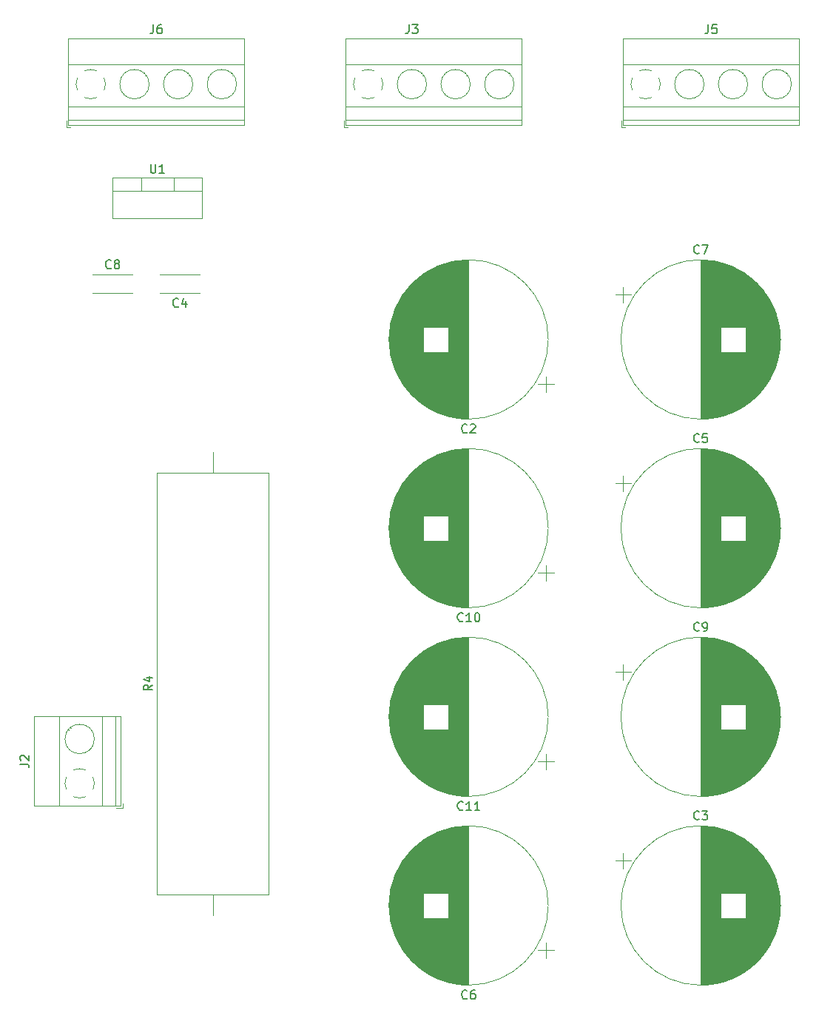
<source format=gbr>
G04 #@! TF.GenerationSoftware,KiCad,Pcbnew,(5.0.2)-1*
G04 #@! TF.CreationDate,2019-07-23T23:18:17+02:00*
G04 #@! TF.ProjectId,Cern2,4365726e-322e-46b6-9963-61645f706362,rev?*
G04 #@! TF.SameCoordinates,Original*
G04 #@! TF.FileFunction,Legend,Top*
G04 #@! TF.FilePolarity,Positive*
%FSLAX46Y46*%
G04 Gerber Fmt 4.6, Leading zero omitted, Abs format (unit mm)*
G04 Created by KiCad (PCBNEW (5.0.2)-1) date 23/07/2019 23:18:17*
%MOMM*%
%LPD*%
G01*
G04 APERTURE LIST*
%ADD10C,0.120000*%
%ADD11C,0.150000*%
G04 APERTURE END LIST*
D10*
G04 #@! TO.C,C11*
X158779440Y-120315000D02*
X158779440Y-118515000D01*
X159679440Y-119415000D02*
X157879440Y-119415000D01*
X140800000Y-114340000D02*
X140800000Y-114260000D01*
X140840000Y-115114000D02*
X140840000Y-113486000D01*
X140880000Y-115466000D02*
X140880000Y-113134000D01*
X140920000Y-115735000D02*
X140920000Y-112865000D01*
X140960000Y-115961000D02*
X140960000Y-112639000D01*
X141000000Y-116160000D02*
X141000000Y-112440000D01*
X141040000Y-116339000D02*
X141040000Y-112261000D01*
X141080000Y-116503000D02*
X141080000Y-112097000D01*
X141120000Y-116655000D02*
X141120000Y-111945000D01*
X141160000Y-116798000D02*
X141160000Y-111802000D01*
X141200000Y-116932000D02*
X141200000Y-111668000D01*
X141240000Y-117059000D02*
X141240000Y-111541000D01*
X141280000Y-117180000D02*
X141280000Y-111420000D01*
X141320000Y-117296000D02*
X141320000Y-111304000D01*
X141360000Y-117407000D02*
X141360000Y-111193000D01*
X141400000Y-117514000D02*
X141400000Y-111086000D01*
X141440000Y-117617000D02*
X141440000Y-110983000D01*
X141480000Y-117716000D02*
X141480000Y-110884000D01*
X141520000Y-117812000D02*
X141520000Y-110788000D01*
X141560000Y-117905000D02*
X141560000Y-110695000D01*
X141600000Y-117996000D02*
X141600000Y-110604000D01*
X141640000Y-118084000D02*
X141640000Y-110516000D01*
X141680000Y-118169000D02*
X141680000Y-110431000D01*
X141720000Y-118252000D02*
X141720000Y-110348000D01*
X141759000Y-118333000D02*
X141759000Y-110267000D01*
X141799000Y-118413000D02*
X141799000Y-110187000D01*
X141839000Y-118490000D02*
X141839000Y-110110000D01*
X141879000Y-118565000D02*
X141879000Y-110035000D01*
X141919000Y-118639000D02*
X141919000Y-109961000D01*
X141959000Y-118712000D02*
X141959000Y-109888000D01*
X141999000Y-118782000D02*
X141999000Y-109818000D01*
X142039000Y-118852000D02*
X142039000Y-109748000D01*
X142079000Y-118920000D02*
X142079000Y-109680000D01*
X142119000Y-118986000D02*
X142119000Y-109614000D01*
X142159000Y-119052000D02*
X142159000Y-109548000D01*
X142199000Y-119116000D02*
X142199000Y-109484000D01*
X142239000Y-119179000D02*
X142239000Y-109421000D01*
X142279000Y-119241000D02*
X142279000Y-109359000D01*
X142319000Y-119302000D02*
X142319000Y-109298000D01*
X142359000Y-119362000D02*
X142359000Y-109238000D01*
X142399000Y-119420000D02*
X142399000Y-109180000D01*
X142439000Y-119478000D02*
X142439000Y-109122000D01*
X142479000Y-119535000D02*
X142479000Y-109065000D01*
X142519000Y-119591000D02*
X142519000Y-109009000D01*
X142559000Y-119646000D02*
X142559000Y-108954000D01*
X142599000Y-119700000D02*
X142599000Y-108900000D01*
X142639000Y-119754000D02*
X142639000Y-108846000D01*
X142679000Y-119806000D02*
X142679000Y-108794000D01*
X142719000Y-119858000D02*
X142719000Y-108742000D01*
X142759000Y-119909000D02*
X142759000Y-108691000D01*
X142799000Y-119960000D02*
X142799000Y-108640000D01*
X142839000Y-120009000D02*
X142839000Y-108591000D01*
X142879000Y-120058000D02*
X142879000Y-108542000D01*
X142919000Y-120106000D02*
X142919000Y-108494000D01*
X142959000Y-120154000D02*
X142959000Y-108446000D01*
X142999000Y-120201000D02*
X142999000Y-108399000D01*
X143039000Y-120247000D02*
X143039000Y-108353000D01*
X143079000Y-120293000D02*
X143079000Y-108307000D01*
X143119000Y-120338000D02*
X143119000Y-108262000D01*
X143159000Y-120382000D02*
X143159000Y-108218000D01*
X143199000Y-120426000D02*
X143199000Y-108174000D01*
X143239000Y-120470000D02*
X143239000Y-108130000D01*
X143279000Y-120512000D02*
X143279000Y-108088000D01*
X143319000Y-120554000D02*
X143319000Y-108046000D01*
X143359000Y-120596000D02*
X143359000Y-108004000D01*
X143399000Y-120637000D02*
X143399000Y-107963000D01*
X143439000Y-120678000D02*
X143439000Y-107922000D01*
X143479000Y-120718000D02*
X143479000Y-107882000D01*
X143519000Y-120758000D02*
X143519000Y-107842000D01*
X143559000Y-120797000D02*
X143559000Y-107803000D01*
X143599000Y-120836000D02*
X143599000Y-107764000D01*
X143639000Y-120874000D02*
X143639000Y-107726000D01*
X143679000Y-120912000D02*
X143679000Y-107688000D01*
X143719000Y-120949000D02*
X143719000Y-107651000D01*
X143759000Y-120986000D02*
X143759000Y-107614000D01*
X143799000Y-121022000D02*
X143799000Y-107578000D01*
X143839000Y-121058000D02*
X143839000Y-107542000D01*
X143879000Y-121094000D02*
X143879000Y-107506000D01*
X143919000Y-121129000D02*
X143919000Y-107471000D01*
X143959000Y-121164000D02*
X143959000Y-107436000D01*
X143999000Y-121198000D02*
X143999000Y-107402000D01*
X144039000Y-121232000D02*
X144039000Y-107368000D01*
X144079000Y-121265000D02*
X144079000Y-107335000D01*
X144119000Y-121299000D02*
X144119000Y-107301000D01*
X144159000Y-121331000D02*
X144159000Y-107269000D01*
X144199000Y-121364000D02*
X144199000Y-107236000D01*
X144239000Y-121396000D02*
X144239000Y-107204000D01*
X144279000Y-121427000D02*
X144279000Y-107173000D01*
X144319000Y-121459000D02*
X144319000Y-107141000D01*
X144359000Y-121490000D02*
X144359000Y-107110000D01*
X144399000Y-121520000D02*
X144399000Y-107080000D01*
X144439000Y-121550000D02*
X144439000Y-107050000D01*
X144479000Y-121580000D02*
X144479000Y-107020000D01*
X144519000Y-121610000D02*
X144519000Y-106990000D01*
X144559000Y-121639000D02*
X144559000Y-106961000D01*
X144599000Y-121668000D02*
X144599000Y-106932000D01*
X144639000Y-121697000D02*
X144639000Y-106903000D01*
X144679000Y-121725000D02*
X144679000Y-106875000D01*
X144719000Y-121753000D02*
X144719000Y-106847000D01*
X144759000Y-112860000D02*
X144759000Y-106820000D01*
X144759000Y-121780000D02*
X144759000Y-115740000D01*
X144799000Y-112860000D02*
X144799000Y-106792000D01*
X144799000Y-121808000D02*
X144799000Y-115740000D01*
X144839000Y-112860000D02*
X144839000Y-106765000D01*
X144839000Y-121835000D02*
X144839000Y-115740000D01*
X144879000Y-112860000D02*
X144879000Y-106739000D01*
X144879000Y-121861000D02*
X144879000Y-115740000D01*
X144919000Y-112860000D02*
X144919000Y-106712000D01*
X144919000Y-121888000D02*
X144919000Y-115740000D01*
X144959000Y-112860000D02*
X144959000Y-106686000D01*
X144959000Y-121914000D02*
X144959000Y-115740000D01*
X144999000Y-112860000D02*
X144999000Y-106660000D01*
X144999000Y-121940000D02*
X144999000Y-115740000D01*
X145039000Y-112860000D02*
X145039000Y-106635000D01*
X145039000Y-121965000D02*
X145039000Y-115740000D01*
X145079000Y-112860000D02*
X145079000Y-106610000D01*
X145079000Y-121990000D02*
X145079000Y-115740000D01*
X145119000Y-112860000D02*
X145119000Y-106585000D01*
X145119000Y-122015000D02*
X145119000Y-115740000D01*
X145159000Y-112860000D02*
X145159000Y-106560000D01*
X145159000Y-122040000D02*
X145159000Y-115740000D01*
X145199000Y-112860000D02*
X145199000Y-106536000D01*
X145199000Y-122064000D02*
X145199000Y-115740000D01*
X145239000Y-112860000D02*
X145239000Y-106512000D01*
X145239000Y-122088000D02*
X145239000Y-115740000D01*
X145279000Y-112860000D02*
X145279000Y-106488000D01*
X145279000Y-122112000D02*
X145279000Y-115740000D01*
X145319000Y-112860000D02*
X145319000Y-106465000D01*
X145319000Y-122135000D02*
X145319000Y-115740000D01*
X145359000Y-112860000D02*
X145359000Y-106441000D01*
X145359000Y-122159000D02*
X145359000Y-115740000D01*
X145399000Y-112860000D02*
X145399000Y-106418000D01*
X145399000Y-122182000D02*
X145399000Y-115740000D01*
X145439000Y-112860000D02*
X145439000Y-106396000D01*
X145439000Y-122204000D02*
X145439000Y-115740000D01*
X145479000Y-112860000D02*
X145479000Y-106373000D01*
X145479000Y-122227000D02*
X145479000Y-115740000D01*
X145519000Y-112860000D02*
X145519000Y-106351000D01*
X145519000Y-122249000D02*
X145519000Y-115740000D01*
X145559000Y-112860000D02*
X145559000Y-106329000D01*
X145559000Y-122271000D02*
X145559000Y-115740000D01*
X145599000Y-112860000D02*
X145599000Y-106308000D01*
X145599000Y-122292000D02*
X145599000Y-115740000D01*
X145639000Y-112860000D02*
X145639000Y-106286000D01*
X145639000Y-122314000D02*
X145639000Y-115740000D01*
X145679000Y-112860000D02*
X145679000Y-106265000D01*
X145679000Y-122335000D02*
X145679000Y-115740000D01*
X145719000Y-112860000D02*
X145719000Y-106244000D01*
X145719000Y-122356000D02*
X145719000Y-115740000D01*
X145759000Y-112860000D02*
X145759000Y-106224000D01*
X145759000Y-122376000D02*
X145759000Y-115740000D01*
X145799000Y-112860000D02*
X145799000Y-106203000D01*
X145799000Y-122397000D02*
X145799000Y-115740000D01*
X145839000Y-112860000D02*
X145839000Y-106183000D01*
X145839000Y-122417000D02*
X145839000Y-115740000D01*
X145879000Y-112860000D02*
X145879000Y-106163000D01*
X145879000Y-122437000D02*
X145879000Y-115740000D01*
X145919000Y-112860000D02*
X145919000Y-106144000D01*
X145919000Y-122456000D02*
X145919000Y-115740000D01*
X145959000Y-112860000D02*
X145959000Y-106124000D01*
X145959000Y-122476000D02*
X145959000Y-115740000D01*
X145999000Y-112860000D02*
X145999000Y-106105000D01*
X145999000Y-122495000D02*
X145999000Y-115740000D01*
X146039000Y-112860000D02*
X146039000Y-106086000D01*
X146039000Y-122514000D02*
X146039000Y-115740000D01*
X146079000Y-112860000D02*
X146079000Y-106067000D01*
X146079000Y-122533000D02*
X146079000Y-115740000D01*
X146119000Y-112860000D02*
X146119000Y-106049000D01*
X146119000Y-122551000D02*
X146119000Y-115740000D01*
X146159000Y-112860000D02*
X146159000Y-106031000D01*
X146159000Y-122569000D02*
X146159000Y-115740000D01*
X146199000Y-112860000D02*
X146199000Y-106013000D01*
X146199000Y-122587000D02*
X146199000Y-115740000D01*
X146239000Y-112860000D02*
X146239000Y-105995000D01*
X146239000Y-122605000D02*
X146239000Y-115740000D01*
X146279000Y-112860000D02*
X146279000Y-105977000D01*
X146279000Y-122623000D02*
X146279000Y-115740000D01*
X146319000Y-112860000D02*
X146319000Y-105960000D01*
X146319000Y-122640000D02*
X146319000Y-115740000D01*
X146359000Y-112860000D02*
X146359000Y-105943000D01*
X146359000Y-122657000D02*
X146359000Y-115740000D01*
X146399000Y-112860000D02*
X146399000Y-105926000D01*
X146399000Y-122674000D02*
X146399000Y-115740000D01*
X146439000Y-112860000D02*
X146439000Y-105910000D01*
X146439000Y-122690000D02*
X146439000Y-115740000D01*
X146479000Y-112860000D02*
X146479000Y-105893000D01*
X146479000Y-122707000D02*
X146479000Y-115740000D01*
X146519000Y-112860000D02*
X146519000Y-105877000D01*
X146519000Y-122723000D02*
X146519000Y-115740000D01*
X146559000Y-112860000D02*
X146559000Y-105861000D01*
X146559000Y-122739000D02*
X146559000Y-115740000D01*
X146599000Y-112860000D02*
X146599000Y-105845000D01*
X146599000Y-122755000D02*
X146599000Y-115740000D01*
X146639000Y-112860000D02*
X146639000Y-105830000D01*
X146639000Y-122770000D02*
X146639000Y-115740000D01*
X146679000Y-112860000D02*
X146679000Y-105814000D01*
X146679000Y-122786000D02*
X146679000Y-115740000D01*
X146719000Y-112860000D02*
X146719000Y-105799000D01*
X146719000Y-122801000D02*
X146719000Y-115740000D01*
X146759000Y-112860000D02*
X146759000Y-105784000D01*
X146759000Y-122816000D02*
X146759000Y-115740000D01*
X146799000Y-112860000D02*
X146799000Y-105770000D01*
X146799000Y-122830000D02*
X146799000Y-115740000D01*
X146839000Y-112860000D02*
X146839000Y-105755000D01*
X146839000Y-122845000D02*
X146839000Y-115740000D01*
X146879000Y-112860000D02*
X146879000Y-105741000D01*
X146879000Y-122859000D02*
X146879000Y-115740000D01*
X146919000Y-112860000D02*
X146919000Y-105727000D01*
X146919000Y-122873000D02*
X146919000Y-115740000D01*
X146959000Y-112860000D02*
X146959000Y-105713000D01*
X146959000Y-122887000D02*
X146959000Y-115740000D01*
X146999000Y-112860000D02*
X146999000Y-105700000D01*
X146999000Y-122900000D02*
X146999000Y-115740000D01*
X147039000Y-112860000D02*
X147039000Y-105686000D01*
X147039000Y-122914000D02*
X147039000Y-115740000D01*
X147079000Y-112860000D02*
X147079000Y-105673000D01*
X147079000Y-122927000D02*
X147079000Y-115740000D01*
X147119000Y-112860000D02*
X147119000Y-105660000D01*
X147119000Y-122940000D02*
X147119000Y-115740000D01*
X147159000Y-112860000D02*
X147159000Y-105647000D01*
X147159000Y-122953000D02*
X147159000Y-115740000D01*
X147199000Y-112860000D02*
X147199000Y-105635000D01*
X147199000Y-122965000D02*
X147199000Y-115740000D01*
X147239000Y-112860000D02*
X147239000Y-105622000D01*
X147239000Y-122978000D02*
X147239000Y-115740000D01*
X147279000Y-112860000D02*
X147279000Y-105610000D01*
X147279000Y-122990000D02*
X147279000Y-115740000D01*
X147319000Y-112860000D02*
X147319000Y-105598000D01*
X147319000Y-123002000D02*
X147319000Y-115740000D01*
X147359000Y-112860000D02*
X147359000Y-105586000D01*
X147359000Y-123014000D02*
X147359000Y-115740000D01*
X147399000Y-112860000D02*
X147399000Y-105575000D01*
X147399000Y-123025000D02*
X147399000Y-115740000D01*
X147439000Y-112860000D02*
X147439000Y-105563000D01*
X147439000Y-123037000D02*
X147439000Y-115740000D01*
X147479000Y-112860000D02*
X147479000Y-105552000D01*
X147479000Y-123048000D02*
X147479000Y-115740000D01*
X147519000Y-112860000D02*
X147519000Y-105541000D01*
X147519000Y-123059000D02*
X147519000Y-115740000D01*
X147559000Y-112860000D02*
X147559000Y-105530000D01*
X147559000Y-123070000D02*
X147559000Y-115740000D01*
X147599000Y-112860000D02*
X147599000Y-105520000D01*
X147599000Y-123080000D02*
X147599000Y-115740000D01*
X147639000Y-123091000D02*
X147639000Y-105509000D01*
X147679000Y-123101000D02*
X147679000Y-105499000D01*
X147719000Y-123111000D02*
X147719000Y-105489000D01*
X147759000Y-123121000D02*
X147759000Y-105479000D01*
X147799000Y-123131000D02*
X147799000Y-105469000D01*
X147839000Y-123140000D02*
X147839000Y-105460000D01*
X147879000Y-123149000D02*
X147879000Y-105451000D01*
X147919000Y-123158000D02*
X147919000Y-105442000D01*
X147959000Y-123167000D02*
X147959000Y-105433000D01*
X147999000Y-123176000D02*
X147999000Y-105424000D01*
X148039000Y-123185000D02*
X148039000Y-105415000D01*
X148079000Y-123193000D02*
X148079000Y-105407000D01*
X148119000Y-123201000D02*
X148119000Y-105399000D01*
X148159000Y-123209000D02*
X148159000Y-105391000D01*
X148199000Y-123217000D02*
X148199000Y-105383000D01*
X148239000Y-123224000D02*
X148239000Y-105376000D01*
X148279000Y-123232000D02*
X148279000Y-105368000D01*
X148319000Y-123239000D02*
X148319000Y-105361000D01*
X148359000Y-123246000D02*
X148359000Y-105354000D01*
X148399000Y-123253000D02*
X148399000Y-105347000D01*
X148439000Y-123260000D02*
X148439000Y-105340000D01*
X148479000Y-123266000D02*
X148479000Y-105334000D01*
X148519000Y-123272000D02*
X148519000Y-105328000D01*
X148559000Y-123279000D02*
X148559000Y-105321000D01*
X148599000Y-123284000D02*
X148599000Y-105316000D01*
X148639000Y-123290000D02*
X148639000Y-105310000D01*
X148679000Y-123296000D02*
X148679000Y-105304000D01*
X148719000Y-123301000D02*
X148719000Y-105299000D01*
X148759000Y-123306000D02*
X148759000Y-105294000D01*
X148799000Y-123311000D02*
X148799000Y-105289000D01*
X148839000Y-123316000D02*
X148839000Y-105284000D01*
X148879000Y-123321000D02*
X148879000Y-105279000D01*
X148919000Y-123326000D02*
X148919000Y-105274000D01*
X148959000Y-123330000D02*
X148959000Y-105270000D01*
X148999000Y-123334000D02*
X148999000Y-105266000D01*
X149039000Y-123338000D02*
X149039000Y-105262000D01*
X149079000Y-123342000D02*
X149079000Y-105258000D01*
X149119000Y-123345000D02*
X149119000Y-105255000D01*
X149159000Y-123349000D02*
X149159000Y-105251000D01*
X149199000Y-123352000D02*
X149199000Y-105248000D01*
X149240000Y-123355000D02*
X149240000Y-105245000D01*
X149280000Y-123358000D02*
X149280000Y-105242000D01*
X149320000Y-123361000D02*
X149320000Y-105239000D01*
X149360000Y-123363000D02*
X149360000Y-105237000D01*
X149400000Y-123366000D02*
X149400000Y-105234000D01*
X149440000Y-123368000D02*
X149440000Y-105232000D01*
X149480000Y-123370000D02*
X149480000Y-105230000D01*
X149520000Y-123372000D02*
X149520000Y-105228000D01*
X149560000Y-123373000D02*
X149560000Y-105227000D01*
X149600000Y-123375000D02*
X149600000Y-105225000D01*
X149640000Y-123376000D02*
X149640000Y-105224000D01*
X149680000Y-123377000D02*
X149680000Y-105223000D01*
X149720000Y-123378000D02*
X149720000Y-105222000D01*
X149760000Y-123379000D02*
X149760000Y-105221000D01*
X149800000Y-123380000D02*
X149800000Y-105220000D01*
X149840000Y-123380000D02*
X149840000Y-105220000D01*
X149880000Y-123380000D02*
X149880000Y-105220000D01*
X149920000Y-123381000D02*
X149920000Y-105219000D01*
X159040000Y-114300000D02*
G75*
G03X159040000Y-114300000I-9120000J0D01*
G01*
G04 #@! TO.C,J6*
X103880000Y-46810000D02*
X104380000Y-46810000D01*
X103880000Y-46070000D02*
X103880000Y-46810000D01*
X120453000Y-42933000D02*
X120406000Y-42979000D01*
X122750000Y-40635000D02*
X122715000Y-40671000D01*
X120646000Y-43149000D02*
X120611000Y-43184000D01*
X122955000Y-40841000D02*
X122908000Y-40887000D01*
X115453000Y-42933000D02*
X115406000Y-42979000D01*
X117750000Y-40635000D02*
X117715000Y-40671000D01*
X115646000Y-43149000D02*
X115611000Y-43184000D01*
X117955000Y-40841000D02*
X117908000Y-40887000D01*
X110453000Y-42933000D02*
X110406000Y-42979000D01*
X112750000Y-40635000D02*
X112715000Y-40671000D01*
X110646000Y-43149000D02*
X110611000Y-43184000D01*
X112955000Y-40841000D02*
X112908000Y-40887000D01*
X124241000Y-36649000D02*
X124241000Y-46570000D01*
X104120000Y-36649000D02*
X104120000Y-46570000D01*
X104120000Y-46570000D02*
X124241000Y-46570000D01*
X104120000Y-36649000D02*
X124241000Y-36649000D01*
X104120000Y-39609000D02*
X124241000Y-39609000D01*
X104120000Y-44510000D02*
X124241000Y-44510000D01*
X104120000Y-46010000D02*
X124241000Y-46010000D01*
X123360000Y-41910000D02*
G75*
G03X123360000Y-41910000I-1680000J0D01*
G01*
X118360000Y-41910000D02*
G75*
G03X118360000Y-41910000I-1680000J0D01*
G01*
X113360000Y-41910000D02*
G75*
G03X113360000Y-41910000I-1680000J0D01*
G01*
X106708805Y-43590253D02*
G75*
G02X105996000Y-43445000I-28805J1680253D01*
G01*
X105144574Y-42593042D02*
G75*
G02X105145000Y-41226000I1535426J683042D01*
G01*
X105996958Y-40374574D02*
G75*
G02X107364000Y-40375000I683042J-1535426D01*
G01*
X108215426Y-41226958D02*
G75*
G02X108215000Y-42594000I-1535426J-683042D01*
G01*
X107363318Y-43444756D02*
G75*
G02X106680000Y-43590000I-683318J1534756D01*
G01*
G04 #@! TO.C,J5*
X167380000Y-46810000D02*
X167880000Y-46810000D01*
X167380000Y-46070000D02*
X167380000Y-46810000D01*
X183953000Y-42933000D02*
X183906000Y-42979000D01*
X186250000Y-40635000D02*
X186215000Y-40671000D01*
X184146000Y-43149000D02*
X184111000Y-43184000D01*
X186455000Y-40841000D02*
X186408000Y-40887000D01*
X178953000Y-42933000D02*
X178906000Y-42979000D01*
X181250000Y-40635000D02*
X181215000Y-40671000D01*
X179146000Y-43149000D02*
X179111000Y-43184000D01*
X181455000Y-40841000D02*
X181408000Y-40887000D01*
X173953000Y-42933000D02*
X173906000Y-42979000D01*
X176250000Y-40635000D02*
X176215000Y-40671000D01*
X174146000Y-43149000D02*
X174111000Y-43184000D01*
X176455000Y-40841000D02*
X176408000Y-40887000D01*
X187741000Y-36649000D02*
X187741000Y-46570000D01*
X167620000Y-36649000D02*
X167620000Y-46570000D01*
X167620000Y-46570000D02*
X187741000Y-46570000D01*
X167620000Y-36649000D02*
X187741000Y-36649000D01*
X167620000Y-39609000D02*
X187741000Y-39609000D01*
X167620000Y-44510000D02*
X187741000Y-44510000D01*
X167620000Y-46010000D02*
X187741000Y-46010000D01*
X186860000Y-41910000D02*
G75*
G03X186860000Y-41910000I-1680000J0D01*
G01*
X181860000Y-41910000D02*
G75*
G03X181860000Y-41910000I-1680000J0D01*
G01*
X176860000Y-41910000D02*
G75*
G03X176860000Y-41910000I-1680000J0D01*
G01*
X170208805Y-43590253D02*
G75*
G02X169496000Y-43445000I-28805J1680253D01*
G01*
X168644574Y-42593042D02*
G75*
G02X168645000Y-41226000I1535426J683042D01*
G01*
X169496958Y-40374574D02*
G75*
G02X170864000Y-40375000I683042J-1535426D01*
G01*
X171715426Y-41226958D02*
G75*
G02X171715000Y-42594000I-1535426J-683042D01*
G01*
X170863318Y-43444756D02*
G75*
G02X170180000Y-43590000I-683318J1534756D01*
G01*
G04 #@! TO.C,J3*
X135630000Y-46810000D02*
X136130000Y-46810000D01*
X135630000Y-46070000D02*
X135630000Y-46810000D01*
X152203000Y-42933000D02*
X152156000Y-42979000D01*
X154500000Y-40635000D02*
X154465000Y-40671000D01*
X152396000Y-43149000D02*
X152361000Y-43184000D01*
X154705000Y-40841000D02*
X154658000Y-40887000D01*
X147203000Y-42933000D02*
X147156000Y-42979000D01*
X149500000Y-40635000D02*
X149465000Y-40671000D01*
X147396000Y-43149000D02*
X147361000Y-43184000D01*
X149705000Y-40841000D02*
X149658000Y-40887000D01*
X142203000Y-42933000D02*
X142156000Y-42979000D01*
X144500000Y-40635000D02*
X144465000Y-40671000D01*
X142396000Y-43149000D02*
X142361000Y-43184000D01*
X144705000Y-40841000D02*
X144658000Y-40887000D01*
X155991000Y-36649000D02*
X155991000Y-46570000D01*
X135870000Y-36649000D02*
X135870000Y-46570000D01*
X135870000Y-46570000D02*
X155991000Y-46570000D01*
X135870000Y-36649000D02*
X155991000Y-36649000D01*
X135870000Y-39609000D02*
X155991000Y-39609000D01*
X135870000Y-44510000D02*
X155991000Y-44510000D01*
X135870000Y-46010000D02*
X155991000Y-46010000D01*
X155110000Y-41910000D02*
G75*
G03X155110000Y-41910000I-1680000J0D01*
G01*
X150110000Y-41910000D02*
G75*
G03X150110000Y-41910000I-1680000J0D01*
G01*
X145110000Y-41910000D02*
G75*
G03X145110000Y-41910000I-1680000J0D01*
G01*
X138458805Y-43590253D02*
G75*
G02X137746000Y-43445000I-28805J1680253D01*
G01*
X136894574Y-42593042D02*
G75*
G02X136895000Y-41226000I1535426J683042D01*
G01*
X137746958Y-40374574D02*
G75*
G02X139114000Y-40375000I683042J-1535426D01*
G01*
X139965426Y-41226958D02*
G75*
G02X139965000Y-42594000I-1535426J-683042D01*
G01*
X139113318Y-43444756D02*
G75*
G02X138430000Y-43590000I-683318J1534756D01*
G01*
G04 #@! TO.C,U1*
X116151000Y-52610000D02*
X116151000Y-54120000D01*
X112450000Y-52610000D02*
X112450000Y-54120000D01*
X109180000Y-54120000D02*
X119420000Y-54120000D01*
X119420000Y-52610000D02*
X119420000Y-57251000D01*
X109180000Y-52610000D02*
X109180000Y-57251000D01*
X109180000Y-57251000D02*
X119420000Y-57251000D01*
X109180000Y-52610000D02*
X119420000Y-52610000D01*
G04 #@! TO.C,R4*
X120650000Y-83990000D02*
X120650000Y-86370000D01*
X120650000Y-136990000D02*
X120650000Y-134610000D01*
X114280000Y-86370000D02*
X114280000Y-134610000D01*
X127020000Y-86370000D02*
X114280000Y-86370000D01*
X127020000Y-134610000D02*
X127020000Y-86370000D01*
X114280000Y-134610000D02*
X127020000Y-134610000D01*
G04 #@! TO.C,C10*
X158779440Y-98725000D02*
X158779440Y-96925000D01*
X159679440Y-97825000D02*
X157879440Y-97825000D01*
X140800000Y-92750000D02*
X140800000Y-92670000D01*
X140840000Y-93524000D02*
X140840000Y-91896000D01*
X140880000Y-93876000D02*
X140880000Y-91544000D01*
X140920000Y-94145000D02*
X140920000Y-91275000D01*
X140960000Y-94371000D02*
X140960000Y-91049000D01*
X141000000Y-94570000D02*
X141000000Y-90850000D01*
X141040000Y-94749000D02*
X141040000Y-90671000D01*
X141080000Y-94913000D02*
X141080000Y-90507000D01*
X141120000Y-95065000D02*
X141120000Y-90355000D01*
X141160000Y-95208000D02*
X141160000Y-90212000D01*
X141200000Y-95342000D02*
X141200000Y-90078000D01*
X141240000Y-95469000D02*
X141240000Y-89951000D01*
X141280000Y-95590000D02*
X141280000Y-89830000D01*
X141320000Y-95706000D02*
X141320000Y-89714000D01*
X141360000Y-95817000D02*
X141360000Y-89603000D01*
X141400000Y-95924000D02*
X141400000Y-89496000D01*
X141440000Y-96027000D02*
X141440000Y-89393000D01*
X141480000Y-96126000D02*
X141480000Y-89294000D01*
X141520000Y-96222000D02*
X141520000Y-89198000D01*
X141560000Y-96315000D02*
X141560000Y-89105000D01*
X141600000Y-96406000D02*
X141600000Y-89014000D01*
X141640000Y-96494000D02*
X141640000Y-88926000D01*
X141680000Y-96579000D02*
X141680000Y-88841000D01*
X141720000Y-96662000D02*
X141720000Y-88758000D01*
X141759000Y-96743000D02*
X141759000Y-88677000D01*
X141799000Y-96823000D02*
X141799000Y-88597000D01*
X141839000Y-96900000D02*
X141839000Y-88520000D01*
X141879000Y-96975000D02*
X141879000Y-88445000D01*
X141919000Y-97049000D02*
X141919000Y-88371000D01*
X141959000Y-97122000D02*
X141959000Y-88298000D01*
X141999000Y-97192000D02*
X141999000Y-88228000D01*
X142039000Y-97262000D02*
X142039000Y-88158000D01*
X142079000Y-97330000D02*
X142079000Y-88090000D01*
X142119000Y-97396000D02*
X142119000Y-88024000D01*
X142159000Y-97462000D02*
X142159000Y-87958000D01*
X142199000Y-97526000D02*
X142199000Y-87894000D01*
X142239000Y-97589000D02*
X142239000Y-87831000D01*
X142279000Y-97651000D02*
X142279000Y-87769000D01*
X142319000Y-97712000D02*
X142319000Y-87708000D01*
X142359000Y-97772000D02*
X142359000Y-87648000D01*
X142399000Y-97830000D02*
X142399000Y-87590000D01*
X142439000Y-97888000D02*
X142439000Y-87532000D01*
X142479000Y-97945000D02*
X142479000Y-87475000D01*
X142519000Y-98001000D02*
X142519000Y-87419000D01*
X142559000Y-98056000D02*
X142559000Y-87364000D01*
X142599000Y-98110000D02*
X142599000Y-87310000D01*
X142639000Y-98164000D02*
X142639000Y-87256000D01*
X142679000Y-98216000D02*
X142679000Y-87204000D01*
X142719000Y-98268000D02*
X142719000Y-87152000D01*
X142759000Y-98319000D02*
X142759000Y-87101000D01*
X142799000Y-98370000D02*
X142799000Y-87050000D01*
X142839000Y-98419000D02*
X142839000Y-87001000D01*
X142879000Y-98468000D02*
X142879000Y-86952000D01*
X142919000Y-98516000D02*
X142919000Y-86904000D01*
X142959000Y-98564000D02*
X142959000Y-86856000D01*
X142999000Y-98611000D02*
X142999000Y-86809000D01*
X143039000Y-98657000D02*
X143039000Y-86763000D01*
X143079000Y-98703000D02*
X143079000Y-86717000D01*
X143119000Y-98748000D02*
X143119000Y-86672000D01*
X143159000Y-98792000D02*
X143159000Y-86628000D01*
X143199000Y-98836000D02*
X143199000Y-86584000D01*
X143239000Y-98880000D02*
X143239000Y-86540000D01*
X143279000Y-98922000D02*
X143279000Y-86498000D01*
X143319000Y-98964000D02*
X143319000Y-86456000D01*
X143359000Y-99006000D02*
X143359000Y-86414000D01*
X143399000Y-99047000D02*
X143399000Y-86373000D01*
X143439000Y-99088000D02*
X143439000Y-86332000D01*
X143479000Y-99128000D02*
X143479000Y-86292000D01*
X143519000Y-99168000D02*
X143519000Y-86252000D01*
X143559000Y-99207000D02*
X143559000Y-86213000D01*
X143599000Y-99246000D02*
X143599000Y-86174000D01*
X143639000Y-99284000D02*
X143639000Y-86136000D01*
X143679000Y-99322000D02*
X143679000Y-86098000D01*
X143719000Y-99359000D02*
X143719000Y-86061000D01*
X143759000Y-99396000D02*
X143759000Y-86024000D01*
X143799000Y-99432000D02*
X143799000Y-85988000D01*
X143839000Y-99468000D02*
X143839000Y-85952000D01*
X143879000Y-99504000D02*
X143879000Y-85916000D01*
X143919000Y-99539000D02*
X143919000Y-85881000D01*
X143959000Y-99574000D02*
X143959000Y-85846000D01*
X143999000Y-99608000D02*
X143999000Y-85812000D01*
X144039000Y-99642000D02*
X144039000Y-85778000D01*
X144079000Y-99675000D02*
X144079000Y-85745000D01*
X144119000Y-99709000D02*
X144119000Y-85711000D01*
X144159000Y-99741000D02*
X144159000Y-85679000D01*
X144199000Y-99774000D02*
X144199000Y-85646000D01*
X144239000Y-99806000D02*
X144239000Y-85614000D01*
X144279000Y-99837000D02*
X144279000Y-85583000D01*
X144319000Y-99869000D02*
X144319000Y-85551000D01*
X144359000Y-99900000D02*
X144359000Y-85520000D01*
X144399000Y-99930000D02*
X144399000Y-85490000D01*
X144439000Y-99960000D02*
X144439000Y-85460000D01*
X144479000Y-99990000D02*
X144479000Y-85430000D01*
X144519000Y-100020000D02*
X144519000Y-85400000D01*
X144559000Y-100049000D02*
X144559000Y-85371000D01*
X144599000Y-100078000D02*
X144599000Y-85342000D01*
X144639000Y-100107000D02*
X144639000Y-85313000D01*
X144679000Y-100135000D02*
X144679000Y-85285000D01*
X144719000Y-100163000D02*
X144719000Y-85257000D01*
X144759000Y-91270000D02*
X144759000Y-85230000D01*
X144759000Y-100190000D02*
X144759000Y-94150000D01*
X144799000Y-91270000D02*
X144799000Y-85202000D01*
X144799000Y-100218000D02*
X144799000Y-94150000D01*
X144839000Y-91270000D02*
X144839000Y-85175000D01*
X144839000Y-100245000D02*
X144839000Y-94150000D01*
X144879000Y-91270000D02*
X144879000Y-85149000D01*
X144879000Y-100271000D02*
X144879000Y-94150000D01*
X144919000Y-91270000D02*
X144919000Y-85122000D01*
X144919000Y-100298000D02*
X144919000Y-94150000D01*
X144959000Y-91270000D02*
X144959000Y-85096000D01*
X144959000Y-100324000D02*
X144959000Y-94150000D01*
X144999000Y-91270000D02*
X144999000Y-85070000D01*
X144999000Y-100350000D02*
X144999000Y-94150000D01*
X145039000Y-91270000D02*
X145039000Y-85045000D01*
X145039000Y-100375000D02*
X145039000Y-94150000D01*
X145079000Y-91270000D02*
X145079000Y-85020000D01*
X145079000Y-100400000D02*
X145079000Y-94150000D01*
X145119000Y-91270000D02*
X145119000Y-84995000D01*
X145119000Y-100425000D02*
X145119000Y-94150000D01*
X145159000Y-91270000D02*
X145159000Y-84970000D01*
X145159000Y-100450000D02*
X145159000Y-94150000D01*
X145199000Y-91270000D02*
X145199000Y-84946000D01*
X145199000Y-100474000D02*
X145199000Y-94150000D01*
X145239000Y-91270000D02*
X145239000Y-84922000D01*
X145239000Y-100498000D02*
X145239000Y-94150000D01*
X145279000Y-91270000D02*
X145279000Y-84898000D01*
X145279000Y-100522000D02*
X145279000Y-94150000D01*
X145319000Y-91270000D02*
X145319000Y-84875000D01*
X145319000Y-100545000D02*
X145319000Y-94150000D01*
X145359000Y-91270000D02*
X145359000Y-84851000D01*
X145359000Y-100569000D02*
X145359000Y-94150000D01*
X145399000Y-91270000D02*
X145399000Y-84828000D01*
X145399000Y-100592000D02*
X145399000Y-94150000D01*
X145439000Y-91270000D02*
X145439000Y-84806000D01*
X145439000Y-100614000D02*
X145439000Y-94150000D01*
X145479000Y-91270000D02*
X145479000Y-84783000D01*
X145479000Y-100637000D02*
X145479000Y-94150000D01*
X145519000Y-91270000D02*
X145519000Y-84761000D01*
X145519000Y-100659000D02*
X145519000Y-94150000D01*
X145559000Y-91270000D02*
X145559000Y-84739000D01*
X145559000Y-100681000D02*
X145559000Y-94150000D01*
X145599000Y-91270000D02*
X145599000Y-84718000D01*
X145599000Y-100702000D02*
X145599000Y-94150000D01*
X145639000Y-91270000D02*
X145639000Y-84696000D01*
X145639000Y-100724000D02*
X145639000Y-94150000D01*
X145679000Y-91270000D02*
X145679000Y-84675000D01*
X145679000Y-100745000D02*
X145679000Y-94150000D01*
X145719000Y-91270000D02*
X145719000Y-84654000D01*
X145719000Y-100766000D02*
X145719000Y-94150000D01*
X145759000Y-91270000D02*
X145759000Y-84634000D01*
X145759000Y-100786000D02*
X145759000Y-94150000D01*
X145799000Y-91270000D02*
X145799000Y-84613000D01*
X145799000Y-100807000D02*
X145799000Y-94150000D01*
X145839000Y-91270000D02*
X145839000Y-84593000D01*
X145839000Y-100827000D02*
X145839000Y-94150000D01*
X145879000Y-91270000D02*
X145879000Y-84573000D01*
X145879000Y-100847000D02*
X145879000Y-94150000D01*
X145919000Y-91270000D02*
X145919000Y-84554000D01*
X145919000Y-100866000D02*
X145919000Y-94150000D01*
X145959000Y-91270000D02*
X145959000Y-84534000D01*
X145959000Y-100886000D02*
X145959000Y-94150000D01*
X145999000Y-91270000D02*
X145999000Y-84515000D01*
X145999000Y-100905000D02*
X145999000Y-94150000D01*
X146039000Y-91270000D02*
X146039000Y-84496000D01*
X146039000Y-100924000D02*
X146039000Y-94150000D01*
X146079000Y-91270000D02*
X146079000Y-84477000D01*
X146079000Y-100943000D02*
X146079000Y-94150000D01*
X146119000Y-91270000D02*
X146119000Y-84459000D01*
X146119000Y-100961000D02*
X146119000Y-94150000D01*
X146159000Y-91270000D02*
X146159000Y-84441000D01*
X146159000Y-100979000D02*
X146159000Y-94150000D01*
X146199000Y-91270000D02*
X146199000Y-84423000D01*
X146199000Y-100997000D02*
X146199000Y-94150000D01*
X146239000Y-91270000D02*
X146239000Y-84405000D01*
X146239000Y-101015000D02*
X146239000Y-94150000D01*
X146279000Y-91270000D02*
X146279000Y-84387000D01*
X146279000Y-101033000D02*
X146279000Y-94150000D01*
X146319000Y-91270000D02*
X146319000Y-84370000D01*
X146319000Y-101050000D02*
X146319000Y-94150000D01*
X146359000Y-91270000D02*
X146359000Y-84353000D01*
X146359000Y-101067000D02*
X146359000Y-94150000D01*
X146399000Y-91270000D02*
X146399000Y-84336000D01*
X146399000Y-101084000D02*
X146399000Y-94150000D01*
X146439000Y-91270000D02*
X146439000Y-84320000D01*
X146439000Y-101100000D02*
X146439000Y-94150000D01*
X146479000Y-91270000D02*
X146479000Y-84303000D01*
X146479000Y-101117000D02*
X146479000Y-94150000D01*
X146519000Y-91270000D02*
X146519000Y-84287000D01*
X146519000Y-101133000D02*
X146519000Y-94150000D01*
X146559000Y-91270000D02*
X146559000Y-84271000D01*
X146559000Y-101149000D02*
X146559000Y-94150000D01*
X146599000Y-91270000D02*
X146599000Y-84255000D01*
X146599000Y-101165000D02*
X146599000Y-94150000D01*
X146639000Y-91270000D02*
X146639000Y-84240000D01*
X146639000Y-101180000D02*
X146639000Y-94150000D01*
X146679000Y-91270000D02*
X146679000Y-84224000D01*
X146679000Y-101196000D02*
X146679000Y-94150000D01*
X146719000Y-91270000D02*
X146719000Y-84209000D01*
X146719000Y-101211000D02*
X146719000Y-94150000D01*
X146759000Y-91270000D02*
X146759000Y-84194000D01*
X146759000Y-101226000D02*
X146759000Y-94150000D01*
X146799000Y-91270000D02*
X146799000Y-84180000D01*
X146799000Y-101240000D02*
X146799000Y-94150000D01*
X146839000Y-91270000D02*
X146839000Y-84165000D01*
X146839000Y-101255000D02*
X146839000Y-94150000D01*
X146879000Y-91270000D02*
X146879000Y-84151000D01*
X146879000Y-101269000D02*
X146879000Y-94150000D01*
X146919000Y-91270000D02*
X146919000Y-84137000D01*
X146919000Y-101283000D02*
X146919000Y-94150000D01*
X146959000Y-91270000D02*
X146959000Y-84123000D01*
X146959000Y-101297000D02*
X146959000Y-94150000D01*
X146999000Y-91270000D02*
X146999000Y-84110000D01*
X146999000Y-101310000D02*
X146999000Y-94150000D01*
X147039000Y-91270000D02*
X147039000Y-84096000D01*
X147039000Y-101324000D02*
X147039000Y-94150000D01*
X147079000Y-91270000D02*
X147079000Y-84083000D01*
X147079000Y-101337000D02*
X147079000Y-94150000D01*
X147119000Y-91270000D02*
X147119000Y-84070000D01*
X147119000Y-101350000D02*
X147119000Y-94150000D01*
X147159000Y-91270000D02*
X147159000Y-84057000D01*
X147159000Y-101363000D02*
X147159000Y-94150000D01*
X147199000Y-91270000D02*
X147199000Y-84045000D01*
X147199000Y-101375000D02*
X147199000Y-94150000D01*
X147239000Y-91270000D02*
X147239000Y-84032000D01*
X147239000Y-101388000D02*
X147239000Y-94150000D01*
X147279000Y-91270000D02*
X147279000Y-84020000D01*
X147279000Y-101400000D02*
X147279000Y-94150000D01*
X147319000Y-91270000D02*
X147319000Y-84008000D01*
X147319000Y-101412000D02*
X147319000Y-94150000D01*
X147359000Y-91270000D02*
X147359000Y-83996000D01*
X147359000Y-101424000D02*
X147359000Y-94150000D01*
X147399000Y-91270000D02*
X147399000Y-83985000D01*
X147399000Y-101435000D02*
X147399000Y-94150000D01*
X147439000Y-91270000D02*
X147439000Y-83973000D01*
X147439000Y-101447000D02*
X147439000Y-94150000D01*
X147479000Y-91270000D02*
X147479000Y-83962000D01*
X147479000Y-101458000D02*
X147479000Y-94150000D01*
X147519000Y-91270000D02*
X147519000Y-83951000D01*
X147519000Y-101469000D02*
X147519000Y-94150000D01*
X147559000Y-91270000D02*
X147559000Y-83940000D01*
X147559000Y-101480000D02*
X147559000Y-94150000D01*
X147599000Y-91270000D02*
X147599000Y-83930000D01*
X147599000Y-101490000D02*
X147599000Y-94150000D01*
X147639000Y-101501000D02*
X147639000Y-83919000D01*
X147679000Y-101511000D02*
X147679000Y-83909000D01*
X147719000Y-101521000D02*
X147719000Y-83899000D01*
X147759000Y-101531000D02*
X147759000Y-83889000D01*
X147799000Y-101541000D02*
X147799000Y-83879000D01*
X147839000Y-101550000D02*
X147839000Y-83870000D01*
X147879000Y-101559000D02*
X147879000Y-83861000D01*
X147919000Y-101568000D02*
X147919000Y-83852000D01*
X147959000Y-101577000D02*
X147959000Y-83843000D01*
X147999000Y-101586000D02*
X147999000Y-83834000D01*
X148039000Y-101595000D02*
X148039000Y-83825000D01*
X148079000Y-101603000D02*
X148079000Y-83817000D01*
X148119000Y-101611000D02*
X148119000Y-83809000D01*
X148159000Y-101619000D02*
X148159000Y-83801000D01*
X148199000Y-101627000D02*
X148199000Y-83793000D01*
X148239000Y-101634000D02*
X148239000Y-83786000D01*
X148279000Y-101642000D02*
X148279000Y-83778000D01*
X148319000Y-101649000D02*
X148319000Y-83771000D01*
X148359000Y-101656000D02*
X148359000Y-83764000D01*
X148399000Y-101663000D02*
X148399000Y-83757000D01*
X148439000Y-101670000D02*
X148439000Y-83750000D01*
X148479000Y-101676000D02*
X148479000Y-83744000D01*
X148519000Y-101682000D02*
X148519000Y-83738000D01*
X148559000Y-101689000D02*
X148559000Y-83731000D01*
X148599000Y-101694000D02*
X148599000Y-83726000D01*
X148639000Y-101700000D02*
X148639000Y-83720000D01*
X148679000Y-101706000D02*
X148679000Y-83714000D01*
X148719000Y-101711000D02*
X148719000Y-83709000D01*
X148759000Y-101716000D02*
X148759000Y-83704000D01*
X148799000Y-101721000D02*
X148799000Y-83699000D01*
X148839000Y-101726000D02*
X148839000Y-83694000D01*
X148879000Y-101731000D02*
X148879000Y-83689000D01*
X148919000Y-101736000D02*
X148919000Y-83684000D01*
X148959000Y-101740000D02*
X148959000Y-83680000D01*
X148999000Y-101744000D02*
X148999000Y-83676000D01*
X149039000Y-101748000D02*
X149039000Y-83672000D01*
X149079000Y-101752000D02*
X149079000Y-83668000D01*
X149119000Y-101755000D02*
X149119000Y-83665000D01*
X149159000Y-101759000D02*
X149159000Y-83661000D01*
X149199000Y-101762000D02*
X149199000Y-83658000D01*
X149240000Y-101765000D02*
X149240000Y-83655000D01*
X149280000Y-101768000D02*
X149280000Y-83652000D01*
X149320000Y-101771000D02*
X149320000Y-83649000D01*
X149360000Y-101773000D02*
X149360000Y-83647000D01*
X149400000Y-101776000D02*
X149400000Y-83644000D01*
X149440000Y-101778000D02*
X149440000Y-83642000D01*
X149480000Y-101780000D02*
X149480000Y-83640000D01*
X149520000Y-101782000D02*
X149520000Y-83638000D01*
X149560000Y-101783000D02*
X149560000Y-83637000D01*
X149600000Y-101785000D02*
X149600000Y-83635000D01*
X149640000Y-101786000D02*
X149640000Y-83634000D01*
X149680000Y-101787000D02*
X149680000Y-83633000D01*
X149720000Y-101788000D02*
X149720000Y-83632000D01*
X149760000Y-101789000D02*
X149760000Y-83631000D01*
X149800000Y-101790000D02*
X149800000Y-83630000D01*
X149840000Y-101790000D02*
X149840000Y-83630000D01*
X149880000Y-101790000D02*
X149880000Y-83630000D01*
X149920000Y-101791000D02*
X149920000Y-83629000D01*
X159040000Y-92710000D02*
G75*
G03X159040000Y-92710000I-9120000J0D01*
G01*
G04 #@! TO.C,C9*
X167610560Y-108285000D02*
X167610560Y-110085000D01*
X166710560Y-109185000D02*
X168510560Y-109185000D01*
X185590000Y-114260000D02*
X185590000Y-114340000D01*
X185550000Y-113486000D02*
X185550000Y-115114000D01*
X185510000Y-113134000D02*
X185510000Y-115466000D01*
X185470000Y-112865000D02*
X185470000Y-115735000D01*
X185430000Y-112639000D02*
X185430000Y-115961000D01*
X185390000Y-112440000D02*
X185390000Y-116160000D01*
X185350000Y-112261000D02*
X185350000Y-116339000D01*
X185310000Y-112097000D02*
X185310000Y-116503000D01*
X185270000Y-111945000D02*
X185270000Y-116655000D01*
X185230000Y-111802000D02*
X185230000Y-116798000D01*
X185190000Y-111668000D02*
X185190000Y-116932000D01*
X185150000Y-111541000D02*
X185150000Y-117059000D01*
X185110000Y-111420000D02*
X185110000Y-117180000D01*
X185070000Y-111304000D02*
X185070000Y-117296000D01*
X185030000Y-111193000D02*
X185030000Y-117407000D01*
X184990000Y-111086000D02*
X184990000Y-117514000D01*
X184950000Y-110983000D02*
X184950000Y-117617000D01*
X184910000Y-110884000D02*
X184910000Y-117716000D01*
X184870000Y-110788000D02*
X184870000Y-117812000D01*
X184830000Y-110695000D02*
X184830000Y-117905000D01*
X184790000Y-110604000D02*
X184790000Y-117996000D01*
X184750000Y-110516000D02*
X184750000Y-118084000D01*
X184710000Y-110431000D02*
X184710000Y-118169000D01*
X184670000Y-110348000D02*
X184670000Y-118252000D01*
X184631000Y-110267000D02*
X184631000Y-118333000D01*
X184591000Y-110187000D02*
X184591000Y-118413000D01*
X184551000Y-110110000D02*
X184551000Y-118490000D01*
X184511000Y-110035000D02*
X184511000Y-118565000D01*
X184471000Y-109961000D02*
X184471000Y-118639000D01*
X184431000Y-109888000D02*
X184431000Y-118712000D01*
X184391000Y-109818000D02*
X184391000Y-118782000D01*
X184351000Y-109748000D02*
X184351000Y-118852000D01*
X184311000Y-109680000D02*
X184311000Y-118920000D01*
X184271000Y-109614000D02*
X184271000Y-118986000D01*
X184231000Y-109548000D02*
X184231000Y-119052000D01*
X184191000Y-109484000D02*
X184191000Y-119116000D01*
X184151000Y-109421000D02*
X184151000Y-119179000D01*
X184111000Y-109359000D02*
X184111000Y-119241000D01*
X184071000Y-109298000D02*
X184071000Y-119302000D01*
X184031000Y-109238000D02*
X184031000Y-119362000D01*
X183991000Y-109180000D02*
X183991000Y-119420000D01*
X183951000Y-109122000D02*
X183951000Y-119478000D01*
X183911000Y-109065000D02*
X183911000Y-119535000D01*
X183871000Y-109009000D02*
X183871000Y-119591000D01*
X183831000Y-108954000D02*
X183831000Y-119646000D01*
X183791000Y-108900000D02*
X183791000Y-119700000D01*
X183751000Y-108846000D02*
X183751000Y-119754000D01*
X183711000Y-108794000D02*
X183711000Y-119806000D01*
X183671000Y-108742000D02*
X183671000Y-119858000D01*
X183631000Y-108691000D02*
X183631000Y-119909000D01*
X183591000Y-108640000D02*
X183591000Y-119960000D01*
X183551000Y-108591000D02*
X183551000Y-120009000D01*
X183511000Y-108542000D02*
X183511000Y-120058000D01*
X183471000Y-108494000D02*
X183471000Y-120106000D01*
X183431000Y-108446000D02*
X183431000Y-120154000D01*
X183391000Y-108399000D02*
X183391000Y-120201000D01*
X183351000Y-108353000D02*
X183351000Y-120247000D01*
X183311000Y-108307000D02*
X183311000Y-120293000D01*
X183271000Y-108262000D02*
X183271000Y-120338000D01*
X183231000Y-108218000D02*
X183231000Y-120382000D01*
X183191000Y-108174000D02*
X183191000Y-120426000D01*
X183151000Y-108130000D02*
X183151000Y-120470000D01*
X183111000Y-108088000D02*
X183111000Y-120512000D01*
X183071000Y-108046000D02*
X183071000Y-120554000D01*
X183031000Y-108004000D02*
X183031000Y-120596000D01*
X182991000Y-107963000D02*
X182991000Y-120637000D01*
X182951000Y-107922000D02*
X182951000Y-120678000D01*
X182911000Y-107882000D02*
X182911000Y-120718000D01*
X182871000Y-107842000D02*
X182871000Y-120758000D01*
X182831000Y-107803000D02*
X182831000Y-120797000D01*
X182791000Y-107764000D02*
X182791000Y-120836000D01*
X182751000Y-107726000D02*
X182751000Y-120874000D01*
X182711000Y-107688000D02*
X182711000Y-120912000D01*
X182671000Y-107651000D02*
X182671000Y-120949000D01*
X182631000Y-107614000D02*
X182631000Y-120986000D01*
X182591000Y-107578000D02*
X182591000Y-121022000D01*
X182551000Y-107542000D02*
X182551000Y-121058000D01*
X182511000Y-107506000D02*
X182511000Y-121094000D01*
X182471000Y-107471000D02*
X182471000Y-121129000D01*
X182431000Y-107436000D02*
X182431000Y-121164000D01*
X182391000Y-107402000D02*
X182391000Y-121198000D01*
X182351000Y-107368000D02*
X182351000Y-121232000D01*
X182311000Y-107335000D02*
X182311000Y-121265000D01*
X182271000Y-107301000D02*
X182271000Y-121299000D01*
X182231000Y-107269000D02*
X182231000Y-121331000D01*
X182191000Y-107236000D02*
X182191000Y-121364000D01*
X182151000Y-107204000D02*
X182151000Y-121396000D01*
X182111000Y-107173000D02*
X182111000Y-121427000D01*
X182071000Y-107141000D02*
X182071000Y-121459000D01*
X182031000Y-107110000D02*
X182031000Y-121490000D01*
X181991000Y-107080000D02*
X181991000Y-121520000D01*
X181951000Y-107050000D02*
X181951000Y-121550000D01*
X181911000Y-107020000D02*
X181911000Y-121580000D01*
X181871000Y-106990000D02*
X181871000Y-121610000D01*
X181831000Y-106961000D02*
X181831000Y-121639000D01*
X181791000Y-106932000D02*
X181791000Y-121668000D01*
X181751000Y-106903000D02*
X181751000Y-121697000D01*
X181711000Y-106875000D02*
X181711000Y-121725000D01*
X181671000Y-106847000D02*
X181671000Y-121753000D01*
X181631000Y-115740000D02*
X181631000Y-121780000D01*
X181631000Y-106820000D02*
X181631000Y-112860000D01*
X181591000Y-115740000D02*
X181591000Y-121808000D01*
X181591000Y-106792000D02*
X181591000Y-112860000D01*
X181551000Y-115740000D02*
X181551000Y-121835000D01*
X181551000Y-106765000D02*
X181551000Y-112860000D01*
X181511000Y-115740000D02*
X181511000Y-121861000D01*
X181511000Y-106739000D02*
X181511000Y-112860000D01*
X181471000Y-115740000D02*
X181471000Y-121888000D01*
X181471000Y-106712000D02*
X181471000Y-112860000D01*
X181431000Y-115740000D02*
X181431000Y-121914000D01*
X181431000Y-106686000D02*
X181431000Y-112860000D01*
X181391000Y-115740000D02*
X181391000Y-121940000D01*
X181391000Y-106660000D02*
X181391000Y-112860000D01*
X181351000Y-115740000D02*
X181351000Y-121965000D01*
X181351000Y-106635000D02*
X181351000Y-112860000D01*
X181311000Y-115740000D02*
X181311000Y-121990000D01*
X181311000Y-106610000D02*
X181311000Y-112860000D01*
X181271000Y-115740000D02*
X181271000Y-122015000D01*
X181271000Y-106585000D02*
X181271000Y-112860000D01*
X181231000Y-115740000D02*
X181231000Y-122040000D01*
X181231000Y-106560000D02*
X181231000Y-112860000D01*
X181191000Y-115740000D02*
X181191000Y-122064000D01*
X181191000Y-106536000D02*
X181191000Y-112860000D01*
X181151000Y-115740000D02*
X181151000Y-122088000D01*
X181151000Y-106512000D02*
X181151000Y-112860000D01*
X181111000Y-115740000D02*
X181111000Y-122112000D01*
X181111000Y-106488000D02*
X181111000Y-112860000D01*
X181071000Y-115740000D02*
X181071000Y-122135000D01*
X181071000Y-106465000D02*
X181071000Y-112860000D01*
X181031000Y-115740000D02*
X181031000Y-122159000D01*
X181031000Y-106441000D02*
X181031000Y-112860000D01*
X180991000Y-115740000D02*
X180991000Y-122182000D01*
X180991000Y-106418000D02*
X180991000Y-112860000D01*
X180951000Y-115740000D02*
X180951000Y-122204000D01*
X180951000Y-106396000D02*
X180951000Y-112860000D01*
X180911000Y-115740000D02*
X180911000Y-122227000D01*
X180911000Y-106373000D02*
X180911000Y-112860000D01*
X180871000Y-115740000D02*
X180871000Y-122249000D01*
X180871000Y-106351000D02*
X180871000Y-112860000D01*
X180831000Y-115740000D02*
X180831000Y-122271000D01*
X180831000Y-106329000D02*
X180831000Y-112860000D01*
X180791000Y-115740000D02*
X180791000Y-122292000D01*
X180791000Y-106308000D02*
X180791000Y-112860000D01*
X180751000Y-115740000D02*
X180751000Y-122314000D01*
X180751000Y-106286000D02*
X180751000Y-112860000D01*
X180711000Y-115740000D02*
X180711000Y-122335000D01*
X180711000Y-106265000D02*
X180711000Y-112860000D01*
X180671000Y-115740000D02*
X180671000Y-122356000D01*
X180671000Y-106244000D02*
X180671000Y-112860000D01*
X180631000Y-115740000D02*
X180631000Y-122376000D01*
X180631000Y-106224000D02*
X180631000Y-112860000D01*
X180591000Y-115740000D02*
X180591000Y-122397000D01*
X180591000Y-106203000D02*
X180591000Y-112860000D01*
X180551000Y-115740000D02*
X180551000Y-122417000D01*
X180551000Y-106183000D02*
X180551000Y-112860000D01*
X180511000Y-115740000D02*
X180511000Y-122437000D01*
X180511000Y-106163000D02*
X180511000Y-112860000D01*
X180471000Y-115740000D02*
X180471000Y-122456000D01*
X180471000Y-106144000D02*
X180471000Y-112860000D01*
X180431000Y-115740000D02*
X180431000Y-122476000D01*
X180431000Y-106124000D02*
X180431000Y-112860000D01*
X180391000Y-115740000D02*
X180391000Y-122495000D01*
X180391000Y-106105000D02*
X180391000Y-112860000D01*
X180351000Y-115740000D02*
X180351000Y-122514000D01*
X180351000Y-106086000D02*
X180351000Y-112860000D01*
X180311000Y-115740000D02*
X180311000Y-122533000D01*
X180311000Y-106067000D02*
X180311000Y-112860000D01*
X180271000Y-115740000D02*
X180271000Y-122551000D01*
X180271000Y-106049000D02*
X180271000Y-112860000D01*
X180231000Y-115740000D02*
X180231000Y-122569000D01*
X180231000Y-106031000D02*
X180231000Y-112860000D01*
X180191000Y-115740000D02*
X180191000Y-122587000D01*
X180191000Y-106013000D02*
X180191000Y-112860000D01*
X180151000Y-115740000D02*
X180151000Y-122605000D01*
X180151000Y-105995000D02*
X180151000Y-112860000D01*
X180111000Y-115740000D02*
X180111000Y-122623000D01*
X180111000Y-105977000D02*
X180111000Y-112860000D01*
X180071000Y-115740000D02*
X180071000Y-122640000D01*
X180071000Y-105960000D02*
X180071000Y-112860000D01*
X180031000Y-115740000D02*
X180031000Y-122657000D01*
X180031000Y-105943000D02*
X180031000Y-112860000D01*
X179991000Y-115740000D02*
X179991000Y-122674000D01*
X179991000Y-105926000D02*
X179991000Y-112860000D01*
X179951000Y-115740000D02*
X179951000Y-122690000D01*
X179951000Y-105910000D02*
X179951000Y-112860000D01*
X179911000Y-115740000D02*
X179911000Y-122707000D01*
X179911000Y-105893000D02*
X179911000Y-112860000D01*
X179871000Y-115740000D02*
X179871000Y-122723000D01*
X179871000Y-105877000D02*
X179871000Y-112860000D01*
X179831000Y-115740000D02*
X179831000Y-122739000D01*
X179831000Y-105861000D02*
X179831000Y-112860000D01*
X179791000Y-115740000D02*
X179791000Y-122755000D01*
X179791000Y-105845000D02*
X179791000Y-112860000D01*
X179751000Y-115740000D02*
X179751000Y-122770000D01*
X179751000Y-105830000D02*
X179751000Y-112860000D01*
X179711000Y-115740000D02*
X179711000Y-122786000D01*
X179711000Y-105814000D02*
X179711000Y-112860000D01*
X179671000Y-115740000D02*
X179671000Y-122801000D01*
X179671000Y-105799000D02*
X179671000Y-112860000D01*
X179631000Y-115740000D02*
X179631000Y-122816000D01*
X179631000Y-105784000D02*
X179631000Y-112860000D01*
X179591000Y-115740000D02*
X179591000Y-122830000D01*
X179591000Y-105770000D02*
X179591000Y-112860000D01*
X179551000Y-115740000D02*
X179551000Y-122845000D01*
X179551000Y-105755000D02*
X179551000Y-112860000D01*
X179511000Y-115740000D02*
X179511000Y-122859000D01*
X179511000Y-105741000D02*
X179511000Y-112860000D01*
X179471000Y-115740000D02*
X179471000Y-122873000D01*
X179471000Y-105727000D02*
X179471000Y-112860000D01*
X179431000Y-115740000D02*
X179431000Y-122887000D01*
X179431000Y-105713000D02*
X179431000Y-112860000D01*
X179391000Y-115740000D02*
X179391000Y-122900000D01*
X179391000Y-105700000D02*
X179391000Y-112860000D01*
X179351000Y-115740000D02*
X179351000Y-122914000D01*
X179351000Y-105686000D02*
X179351000Y-112860000D01*
X179311000Y-115740000D02*
X179311000Y-122927000D01*
X179311000Y-105673000D02*
X179311000Y-112860000D01*
X179271000Y-115740000D02*
X179271000Y-122940000D01*
X179271000Y-105660000D02*
X179271000Y-112860000D01*
X179231000Y-115740000D02*
X179231000Y-122953000D01*
X179231000Y-105647000D02*
X179231000Y-112860000D01*
X179191000Y-115740000D02*
X179191000Y-122965000D01*
X179191000Y-105635000D02*
X179191000Y-112860000D01*
X179151000Y-115740000D02*
X179151000Y-122978000D01*
X179151000Y-105622000D02*
X179151000Y-112860000D01*
X179111000Y-115740000D02*
X179111000Y-122990000D01*
X179111000Y-105610000D02*
X179111000Y-112860000D01*
X179071000Y-115740000D02*
X179071000Y-123002000D01*
X179071000Y-105598000D02*
X179071000Y-112860000D01*
X179031000Y-115740000D02*
X179031000Y-123014000D01*
X179031000Y-105586000D02*
X179031000Y-112860000D01*
X178991000Y-115740000D02*
X178991000Y-123025000D01*
X178991000Y-105575000D02*
X178991000Y-112860000D01*
X178951000Y-115740000D02*
X178951000Y-123037000D01*
X178951000Y-105563000D02*
X178951000Y-112860000D01*
X178911000Y-115740000D02*
X178911000Y-123048000D01*
X178911000Y-105552000D02*
X178911000Y-112860000D01*
X178871000Y-115740000D02*
X178871000Y-123059000D01*
X178871000Y-105541000D02*
X178871000Y-112860000D01*
X178831000Y-115740000D02*
X178831000Y-123070000D01*
X178831000Y-105530000D02*
X178831000Y-112860000D01*
X178791000Y-115740000D02*
X178791000Y-123080000D01*
X178791000Y-105520000D02*
X178791000Y-112860000D01*
X178751000Y-105509000D02*
X178751000Y-123091000D01*
X178711000Y-105499000D02*
X178711000Y-123101000D01*
X178671000Y-105489000D02*
X178671000Y-123111000D01*
X178631000Y-105479000D02*
X178631000Y-123121000D01*
X178591000Y-105469000D02*
X178591000Y-123131000D01*
X178551000Y-105460000D02*
X178551000Y-123140000D01*
X178511000Y-105451000D02*
X178511000Y-123149000D01*
X178471000Y-105442000D02*
X178471000Y-123158000D01*
X178431000Y-105433000D02*
X178431000Y-123167000D01*
X178391000Y-105424000D02*
X178391000Y-123176000D01*
X178351000Y-105415000D02*
X178351000Y-123185000D01*
X178311000Y-105407000D02*
X178311000Y-123193000D01*
X178271000Y-105399000D02*
X178271000Y-123201000D01*
X178231000Y-105391000D02*
X178231000Y-123209000D01*
X178191000Y-105383000D02*
X178191000Y-123217000D01*
X178151000Y-105376000D02*
X178151000Y-123224000D01*
X178111000Y-105368000D02*
X178111000Y-123232000D01*
X178071000Y-105361000D02*
X178071000Y-123239000D01*
X178031000Y-105354000D02*
X178031000Y-123246000D01*
X177991000Y-105347000D02*
X177991000Y-123253000D01*
X177951000Y-105340000D02*
X177951000Y-123260000D01*
X177911000Y-105334000D02*
X177911000Y-123266000D01*
X177871000Y-105328000D02*
X177871000Y-123272000D01*
X177831000Y-105321000D02*
X177831000Y-123279000D01*
X177791000Y-105316000D02*
X177791000Y-123284000D01*
X177751000Y-105310000D02*
X177751000Y-123290000D01*
X177711000Y-105304000D02*
X177711000Y-123296000D01*
X177671000Y-105299000D02*
X177671000Y-123301000D01*
X177631000Y-105294000D02*
X177631000Y-123306000D01*
X177591000Y-105289000D02*
X177591000Y-123311000D01*
X177551000Y-105284000D02*
X177551000Y-123316000D01*
X177511000Y-105279000D02*
X177511000Y-123321000D01*
X177471000Y-105274000D02*
X177471000Y-123326000D01*
X177431000Y-105270000D02*
X177431000Y-123330000D01*
X177391000Y-105266000D02*
X177391000Y-123334000D01*
X177351000Y-105262000D02*
X177351000Y-123338000D01*
X177311000Y-105258000D02*
X177311000Y-123342000D01*
X177271000Y-105255000D02*
X177271000Y-123345000D01*
X177231000Y-105251000D02*
X177231000Y-123349000D01*
X177191000Y-105248000D02*
X177191000Y-123352000D01*
X177150000Y-105245000D02*
X177150000Y-123355000D01*
X177110000Y-105242000D02*
X177110000Y-123358000D01*
X177070000Y-105239000D02*
X177070000Y-123361000D01*
X177030000Y-105237000D02*
X177030000Y-123363000D01*
X176990000Y-105234000D02*
X176990000Y-123366000D01*
X176950000Y-105232000D02*
X176950000Y-123368000D01*
X176910000Y-105230000D02*
X176910000Y-123370000D01*
X176870000Y-105228000D02*
X176870000Y-123372000D01*
X176830000Y-105227000D02*
X176830000Y-123373000D01*
X176790000Y-105225000D02*
X176790000Y-123375000D01*
X176750000Y-105224000D02*
X176750000Y-123376000D01*
X176710000Y-105223000D02*
X176710000Y-123377000D01*
X176670000Y-105222000D02*
X176670000Y-123378000D01*
X176630000Y-105221000D02*
X176630000Y-123379000D01*
X176590000Y-105220000D02*
X176590000Y-123380000D01*
X176550000Y-105220000D02*
X176550000Y-123380000D01*
X176510000Y-105220000D02*
X176510000Y-123380000D01*
X176470000Y-105219000D02*
X176470000Y-123381000D01*
X185590000Y-114300000D02*
G75*
G03X185590000Y-114300000I-9120000J0D01*
G01*
G04 #@! TO.C,C8*
X106910000Y-63700000D02*
X111450000Y-63700000D01*
X106910000Y-65840000D02*
X111450000Y-65840000D01*
X106910000Y-63700000D02*
X106910000Y-63715000D01*
X106910000Y-65825000D02*
X106910000Y-65840000D01*
X111450000Y-63700000D02*
X111450000Y-63715000D01*
X111450000Y-65825000D02*
X111450000Y-65840000D01*
G04 #@! TO.C,C7*
X167610560Y-65105000D02*
X167610560Y-66905000D01*
X166710560Y-66005000D02*
X168510560Y-66005000D01*
X185590000Y-71080000D02*
X185590000Y-71160000D01*
X185550000Y-70306000D02*
X185550000Y-71934000D01*
X185510000Y-69954000D02*
X185510000Y-72286000D01*
X185470000Y-69685000D02*
X185470000Y-72555000D01*
X185430000Y-69459000D02*
X185430000Y-72781000D01*
X185390000Y-69260000D02*
X185390000Y-72980000D01*
X185350000Y-69081000D02*
X185350000Y-73159000D01*
X185310000Y-68917000D02*
X185310000Y-73323000D01*
X185270000Y-68765000D02*
X185270000Y-73475000D01*
X185230000Y-68622000D02*
X185230000Y-73618000D01*
X185190000Y-68488000D02*
X185190000Y-73752000D01*
X185150000Y-68361000D02*
X185150000Y-73879000D01*
X185110000Y-68240000D02*
X185110000Y-74000000D01*
X185070000Y-68124000D02*
X185070000Y-74116000D01*
X185030000Y-68013000D02*
X185030000Y-74227000D01*
X184990000Y-67906000D02*
X184990000Y-74334000D01*
X184950000Y-67803000D02*
X184950000Y-74437000D01*
X184910000Y-67704000D02*
X184910000Y-74536000D01*
X184870000Y-67608000D02*
X184870000Y-74632000D01*
X184830000Y-67515000D02*
X184830000Y-74725000D01*
X184790000Y-67424000D02*
X184790000Y-74816000D01*
X184750000Y-67336000D02*
X184750000Y-74904000D01*
X184710000Y-67251000D02*
X184710000Y-74989000D01*
X184670000Y-67168000D02*
X184670000Y-75072000D01*
X184631000Y-67087000D02*
X184631000Y-75153000D01*
X184591000Y-67007000D02*
X184591000Y-75233000D01*
X184551000Y-66930000D02*
X184551000Y-75310000D01*
X184511000Y-66855000D02*
X184511000Y-75385000D01*
X184471000Y-66781000D02*
X184471000Y-75459000D01*
X184431000Y-66708000D02*
X184431000Y-75532000D01*
X184391000Y-66638000D02*
X184391000Y-75602000D01*
X184351000Y-66568000D02*
X184351000Y-75672000D01*
X184311000Y-66500000D02*
X184311000Y-75740000D01*
X184271000Y-66434000D02*
X184271000Y-75806000D01*
X184231000Y-66368000D02*
X184231000Y-75872000D01*
X184191000Y-66304000D02*
X184191000Y-75936000D01*
X184151000Y-66241000D02*
X184151000Y-75999000D01*
X184111000Y-66179000D02*
X184111000Y-76061000D01*
X184071000Y-66118000D02*
X184071000Y-76122000D01*
X184031000Y-66058000D02*
X184031000Y-76182000D01*
X183991000Y-66000000D02*
X183991000Y-76240000D01*
X183951000Y-65942000D02*
X183951000Y-76298000D01*
X183911000Y-65885000D02*
X183911000Y-76355000D01*
X183871000Y-65829000D02*
X183871000Y-76411000D01*
X183831000Y-65774000D02*
X183831000Y-76466000D01*
X183791000Y-65720000D02*
X183791000Y-76520000D01*
X183751000Y-65666000D02*
X183751000Y-76574000D01*
X183711000Y-65614000D02*
X183711000Y-76626000D01*
X183671000Y-65562000D02*
X183671000Y-76678000D01*
X183631000Y-65511000D02*
X183631000Y-76729000D01*
X183591000Y-65460000D02*
X183591000Y-76780000D01*
X183551000Y-65411000D02*
X183551000Y-76829000D01*
X183511000Y-65362000D02*
X183511000Y-76878000D01*
X183471000Y-65314000D02*
X183471000Y-76926000D01*
X183431000Y-65266000D02*
X183431000Y-76974000D01*
X183391000Y-65219000D02*
X183391000Y-77021000D01*
X183351000Y-65173000D02*
X183351000Y-77067000D01*
X183311000Y-65127000D02*
X183311000Y-77113000D01*
X183271000Y-65082000D02*
X183271000Y-77158000D01*
X183231000Y-65038000D02*
X183231000Y-77202000D01*
X183191000Y-64994000D02*
X183191000Y-77246000D01*
X183151000Y-64950000D02*
X183151000Y-77290000D01*
X183111000Y-64908000D02*
X183111000Y-77332000D01*
X183071000Y-64866000D02*
X183071000Y-77374000D01*
X183031000Y-64824000D02*
X183031000Y-77416000D01*
X182991000Y-64783000D02*
X182991000Y-77457000D01*
X182951000Y-64742000D02*
X182951000Y-77498000D01*
X182911000Y-64702000D02*
X182911000Y-77538000D01*
X182871000Y-64662000D02*
X182871000Y-77578000D01*
X182831000Y-64623000D02*
X182831000Y-77617000D01*
X182791000Y-64584000D02*
X182791000Y-77656000D01*
X182751000Y-64546000D02*
X182751000Y-77694000D01*
X182711000Y-64508000D02*
X182711000Y-77732000D01*
X182671000Y-64471000D02*
X182671000Y-77769000D01*
X182631000Y-64434000D02*
X182631000Y-77806000D01*
X182591000Y-64398000D02*
X182591000Y-77842000D01*
X182551000Y-64362000D02*
X182551000Y-77878000D01*
X182511000Y-64326000D02*
X182511000Y-77914000D01*
X182471000Y-64291000D02*
X182471000Y-77949000D01*
X182431000Y-64256000D02*
X182431000Y-77984000D01*
X182391000Y-64222000D02*
X182391000Y-78018000D01*
X182351000Y-64188000D02*
X182351000Y-78052000D01*
X182311000Y-64155000D02*
X182311000Y-78085000D01*
X182271000Y-64121000D02*
X182271000Y-78119000D01*
X182231000Y-64089000D02*
X182231000Y-78151000D01*
X182191000Y-64056000D02*
X182191000Y-78184000D01*
X182151000Y-64024000D02*
X182151000Y-78216000D01*
X182111000Y-63993000D02*
X182111000Y-78247000D01*
X182071000Y-63961000D02*
X182071000Y-78279000D01*
X182031000Y-63930000D02*
X182031000Y-78310000D01*
X181991000Y-63900000D02*
X181991000Y-78340000D01*
X181951000Y-63870000D02*
X181951000Y-78370000D01*
X181911000Y-63840000D02*
X181911000Y-78400000D01*
X181871000Y-63810000D02*
X181871000Y-78430000D01*
X181831000Y-63781000D02*
X181831000Y-78459000D01*
X181791000Y-63752000D02*
X181791000Y-78488000D01*
X181751000Y-63723000D02*
X181751000Y-78517000D01*
X181711000Y-63695000D02*
X181711000Y-78545000D01*
X181671000Y-63667000D02*
X181671000Y-78573000D01*
X181631000Y-72560000D02*
X181631000Y-78600000D01*
X181631000Y-63640000D02*
X181631000Y-69680000D01*
X181591000Y-72560000D02*
X181591000Y-78628000D01*
X181591000Y-63612000D02*
X181591000Y-69680000D01*
X181551000Y-72560000D02*
X181551000Y-78655000D01*
X181551000Y-63585000D02*
X181551000Y-69680000D01*
X181511000Y-72560000D02*
X181511000Y-78681000D01*
X181511000Y-63559000D02*
X181511000Y-69680000D01*
X181471000Y-72560000D02*
X181471000Y-78708000D01*
X181471000Y-63532000D02*
X181471000Y-69680000D01*
X181431000Y-72560000D02*
X181431000Y-78734000D01*
X181431000Y-63506000D02*
X181431000Y-69680000D01*
X181391000Y-72560000D02*
X181391000Y-78760000D01*
X181391000Y-63480000D02*
X181391000Y-69680000D01*
X181351000Y-72560000D02*
X181351000Y-78785000D01*
X181351000Y-63455000D02*
X181351000Y-69680000D01*
X181311000Y-72560000D02*
X181311000Y-78810000D01*
X181311000Y-63430000D02*
X181311000Y-69680000D01*
X181271000Y-72560000D02*
X181271000Y-78835000D01*
X181271000Y-63405000D02*
X181271000Y-69680000D01*
X181231000Y-72560000D02*
X181231000Y-78860000D01*
X181231000Y-63380000D02*
X181231000Y-69680000D01*
X181191000Y-72560000D02*
X181191000Y-78884000D01*
X181191000Y-63356000D02*
X181191000Y-69680000D01*
X181151000Y-72560000D02*
X181151000Y-78908000D01*
X181151000Y-63332000D02*
X181151000Y-69680000D01*
X181111000Y-72560000D02*
X181111000Y-78932000D01*
X181111000Y-63308000D02*
X181111000Y-69680000D01*
X181071000Y-72560000D02*
X181071000Y-78955000D01*
X181071000Y-63285000D02*
X181071000Y-69680000D01*
X181031000Y-72560000D02*
X181031000Y-78979000D01*
X181031000Y-63261000D02*
X181031000Y-69680000D01*
X180991000Y-72560000D02*
X180991000Y-79002000D01*
X180991000Y-63238000D02*
X180991000Y-69680000D01*
X180951000Y-72560000D02*
X180951000Y-79024000D01*
X180951000Y-63216000D02*
X180951000Y-69680000D01*
X180911000Y-72560000D02*
X180911000Y-79047000D01*
X180911000Y-63193000D02*
X180911000Y-69680000D01*
X180871000Y-72560000D02*
X180871000Y-79069000D01*
X180871000Y-63171000D02*
X180871000Y-69680000D01*
X180831000Y-72560000D02*
X180831000Y-79091000D01*
X180831000Y-63149000D02*
X180831000Y-69680000D01*
X180791000Y-72560000D02*
X180791000Y-79112000D01*
X180791000Y-63128000D02*
X180791000Y-69680000D01*
X180751000Y-72560000D02*
X180751000Y-79134000D01*
X180751000Y-63106000D02*
X180751000Y-69680000D01*
X180711000Y-72560000D02*
X180711000Y-79155000D01*
X180711000Y-63085000D02*
X180711000Y-69680000D01*
X180671000Y-72560000D02*
X180671000Y-79176000D01*
X180671000Y-63064000D02*
X180671000Y-69680000D01*
X180631000Y-72560000D02*
X180631000Y-79196000D01*
X180631000Y-63044000D02*
X180631000Y-69680000D01*
X180591000Y-72560000D02*
X180591000Y-79217000D01*
X180591000Y-63023000D02*
X180591000Y-69680000D01*
X180551000Y-72560000D02*
X180551000Y-79237000D01*
X180551000Y-63003000D02*
X180551000Y-69680000D01*
X180511000Y-72560000D02*
X180511000Y-79257000D01*
X180511000Y-62983000D02*
X180511000Y-69680000D01*
X180471000Y-72560000D02*
X180471000Y-79276000D01*
X180471000Y-62964000D02*
X180471000Y-69680000D01*
X180431000Y-72560000D02*
X180431000Y-79296000D01*
X180431000Y-62944000D02*
X180431000Y-69680000D01*
X180391000Y-72560000D02*
X180391000Y-79315000D01*
X180391000Y-62925000D02*
X180391000Y-69680000D01*
X180351000Y-72560000D02*
X180351000Y-79334000D01*
X180351000Y-62906000D02*
X180351000Y-69680000D01*
X180311000Y-72560000D02*
X180311000Y-79353000D01*
X180311000Y-62887000D02*
X180311000Y-69680000D01*
X180271000Y-72560000D02*
X180271000Y-79371000D01*
X180271000Y-62869000D02*
X180271000Y-69680000D01*
X180231000Y-72560000D02*
X180231000Y-79389000D01*
X180231000Y-62851000D02*
X180231000Y-69680000D01*
X180191000Y-72560000D02*
X180191000Y-79407000D01*
X180191000Y-62833000D02*
X180191000Y-69680000D01*
X180151000Y-72560000D02*
X180151000Y-79425000D01*
X180151000Y-62815000D02*
X180151000Y-69680000D01*
X180111000Y-72560000D02*
X180111000Y-79443000D01*
X180111000Y-62797000D02*
X180111000Y-69680000D01*
X180071000Y-72560000D02*
X180071000Y-79460000D01*
X180071000Y-62780000D02*
X180071000Y-69680000D01*
X180031000Y-72560000D02*
X180031000Y-79477000D01*
X180031000Y-62763000D02*
X180031000Y-69680000D01*
X179991000Y-72560000D02*
X179991000Y-79494000D01*
X179991000Y-62746000D02*
X179991000Y-69680000D01*
X179951000Y-72560000D02*
X179951000Y-79510000D01*
X179951000Y-62730000D02*
X179951000Y-69680000D01*
X179911000Y-72560000D02*
X179911000Y-79527000D01*
X179911000Y-62713000D02*
X179911000Y-69680000D01*
X179871000Y-72560000D02*
X179871000Y-79543000D01*
X179871000Y-62697000D02*
X179871000Y-69680000D01*
X179831000Y-72560000D02*
X179831000Y-79559000D01*
X179831000Y-62681000D02*
X179831000Y-69680000D01*
X179791000Y-72560000D02*
X179791000Y-79575000D01*
X179791000Y-62665000D02*
X179791000Y-69680000D01*
X179751000Y-72560000D02*
X179751000Y-79590000D01*
X179751000Y-62650000D02*
X179751000Y-69680000D01*
X179711000Y-72560000D02*
X179711000Y-79606000D01*
X179711000Y-62634000D02*
X179711000Y-69680000D01*
X179671000Y-72560000D02*
X179671000Y-79621000D01*
X179671000Y-62619000D02*
X179671000Y-69680000D01*
X179631000Y-72560000D02*
X179631000Y-79636000D01*
X179631000Y-62604000D02*
X179631000Y-69680000D01*
X179591000Y-72560000D02*
X179591000Y-79650000D01*
X179591000Y-62590000D02*
X179591000Y-69680000D01*
X179551000Y-72560000D02*
X179551000Y-79665000D01*
X179551000Y-62575000D02*
X179551000Y-69680000D01*
X179511000Y-72560000D02*
X179511000Y-79679000D01*
X179511000Y-62561000D02*
X179511000Y-69680000D01*
X179471000Y-72560000D02*
X179471000Y-79693000D01*
X179471000Y-62547000D02*
X179471000Y-69680000D01*
X179431000Y-72560000D02*
X179431000Y-79707000D01*
X179431000Y-62533000D02*
X179431000Y-69680000D01*
X179391000Y-72560000D02*
X179391000Y-79720000D01*
X179391000Y-62520000D02*
X179391000Y-69680000D01*
X179351000Y-72560000D02*
X179351000Y-79734000D01*
X179351000Y-62506000D02*
X179351000Y-69680000D01*
X179311000Y-72560000D02*
X179311000Y-79747000D01*
X179311000Y-62493000D02*
X179311000Y-69680000D01*
X179271000Y-72560000D02*
X179271000Y-79760000D01*
X179271000Y-62480000D02*
X179271000Y-69680000D01*
X179231000Y-72560000D02*
X179231000Y-79773000D01*
X179231000Y-62467000D02*
X179231000Y-69680000D01*
X179191000Y-72560000D02*
X179191000Y-79785000D01*
X179191000Y-62455000D02*
X179191000Y-69680000D01*
X179151000Y-72560000D02*
X179151000Y-79798000D01*
X179151000Y-62442000D02*
X179151000Y-69680000D01*
X179111000Y-72560000D02*
X179111000Y-79810000D01*
X179111000Y-62430000D02*
X179111000Y-69680000D01*
X179071000Y-72560000D02*
X179071000Y-79822000D01*
X179071000Y-62418000D02*
X179071000Y-69680000D01*
X179031000Y-72560000D02*
X179031000Y-79834000D01*
X179031000Y-62406000D02*
X179031000Y-69680000D01*
X178991000Y-72560000D02*
X178991000Y-79845000D01*
X178991000Y-62395000D02*
X178991000Y-69680000D01*
X178951000Y-72560000D02*
X178951000Y-79857000D01*
X178951000Y-62383000D02*
X178951000Y-69680000D01*
X178911000Y-72560000D02*
X178911000Y-79868000D01*
X178911000Y-62372000D02*
X178911000Y-69680000D01*
X178871000Y-72560000D02*
X178871000Y-79879000D01*
X178871000Y-62361000D02*
X178871000Y-69680000D01*
X178831000Y-72560000D02*
X178831000Y-79890000D01*
X178831000Y-62350000D02*
X178831000Y-69680000D01*
X178791000Y-72560000D02*
X178791000Y-79900000D01*
X178791000Y-62340000D02*
X178791000Y-69680000D01*
X178751000Y-62329000D02*
X178751000Y-79911000D01*
X178711000Y-62319000D02*
X178711000Y-79921000D01*
X178671000Y-62309000D02*
X178671000Y-79931000D01*
X178631000Y-62299000D02*
X178631000Y-79941000D01*
X178591000Y-62289000D02*
X178591000Y-79951000D01*
X178551000Y-62280000D02*
X178551000Y-79960000D01*
X178511000Y-62271000D02*
X178511000Y-79969000D01*
X178471000Y-62262000D02*
X178471000Y-79978000D01*
X178431000Y-62253000D02*
X178431000Y-79987000D01*
X178391000Y-62244000D02*
X178391000Y-79996000D01*
X178351000Y-62235000D02*
X178351000Y-80005000D01*
X178311000Y-62227000D02*
X178311000Y-80013000D01*
X178271000Y-62219000D02*
X178271000Y-80021000D01*
X178231000Y-62211000D02*
X178231000Y-80029000D01*
X178191000Y-62203000D02*
X178191000Y-80037000D01*
X178151000Y-62196000D02*
X178151000Y-80044000D01*
X178111000Y-62188000D02*
X178111000Y-80052000D01*
X178071000Y-62181000D02*
X178071000Y-80059000D01*
X178031000Y-62174000D02*
X178031000Y-80066000D01*
X177991000Y-62167000D02*
X177991000Y-80073000D01*
X177951000Y-62160000D02*
X177951000Y-80080000D01*
X177911000Y-62154000D02*
X177911000Y-80086000D01*
X177871000Y-62148000D02*
X177871000Y-80092000D01*
X177831000Y-62141000D02*
X177831000Y-80099000D01*
X177791000Y-62136000D02*
X177791000Y-80104000D01*
X177751000Y-62130000D02*
X177751000Y-80110000D01*
X177711000Y-62124000D02*
X177711000Y-80116000D01*
X177671000Y-62119000D02*
X177671000Y-80121000D01*
X177631000Y-62114000D02*
X177631000Y-80126000D01*
X177591000Y-62109000D02*
X177591000Y-80131000D01*
X177551000Y-62104000D02*
X177551000Y-80136000D01*
X177511000Y-62099000D02*
X177511000Y-80141000D01*
X177471000Y-62094000D02*
X177471000Y-80146000D01*
X177431000Y-62090000D02*
X177431000Y-80150000D01*
X177391000Y-62086000D02*
X177391000Y-80154000D01*
X177351000Y-62082000D02*
X177351000Y-80158000D01*
X177311000Y-62078000D02*
X177311000Y-80162000D01*
X177271000Y-62075000D02*
X177271000Y-80165000D01*
X177231000Y-62071000D02*
X177231000Y-80169000D01*
X177191000Y-62068000D02*
X177191000Y-80172000D01*
X177150000Y-62065000D02*
X177150000Y-80175000D01*
X177110000Y-62062000D02*
X177110000Y-80178000D01*
X177070000Y-62059000D02*
X177070000Y-80181000D01*
X177030000Y-62057000D02*
X177030000Y-80183000D01*
X176990000Y-62054000D02*
X176990000Y-80186000D01*
X176950000Y-62052000D02*
X176950000Y-80188000D01*
X176910000Y-62050000D02*
X176910000Y-80190000D01*
X176870000Y-62048000D02*
X176870000Y-80192000D01*
X176830000Y-62047000D02*
X176830000Y-80193000D01*
X176790000Y-62045000D02*
X176790000Y-80195000D01*
X176750000Y-62044000D02*
X176750000Y-80196000D01*
X176710000Y-62043000D02*
X176710000Y-80197000D01*
X176670000Y-62042000D02*
X176670000Y-80198000D01*
X176630000Y-62041000D02*
X176630000Y-80199000D01*
X176590000Y-62040000D02*
X176590000Y-80200000D01*
X176550000Y-62040000D02*
X176550000Y-80200000D01*
X176510000Y-62040000D02*
X176510000Y-80200000D01*
X176470000Y-62039000D02*
X176470000Y-80201000D01*
X185590000Y-71120000D02*
G75*
G03X185590000Y-71120000I-9120000J0D01*
G01*
G04 #@! TO.C,C6*
X158779440Y-141905000D02*
X158779440Y-140105000D01*
X159679440Y-141005000D02*
X157879440Y-141005000D01*
X140800000Y-135930000D02*
X140800000Y-135850000D01*
X140840000Y-136704000D02*
X140840000Y-135076000D01*
X140880000Y-137056000D02*
X140880000Y-134724000D01*
X140920000Y-137325000D02*
X140920000Y-134455000D01*
X140960000Y-137551000D02*
X140960000Y-134229000D01*
X141000000Y-137750000D02*
X141000000Y-134030000D01*
X141040000Y-137929000D02*
X141040000Y-133851000D01*
X141080000Y-138093000D02*
X141080000Y-133687000D01*
X141120000Y-138245000D02*
X141120000Y-133535000D01*
X141160000Y-138388000D02*
X141160000Y-133392000D01*
X141200000Y-138522000D02*
X141200000Y-133258000D01*
X141240000Y-138649000D02*
X141240000Y-133131000D01*
X141280000Y-138770000D02*
X141280000Y-133010000D01*
X141320000Y-138886000D02*
X141320000Y-132894000D01*
X141360000Y-138997000D02*
X141360000Y-132783000D01*
X141400000Y-139104000D02*
X141400000Y-132676000D01*
X141440000Y-139207000D02*
X141440000Y-132573000D01*
X141480000Y-139306000D02*
X141480000Y-132474000D01*
X141520000Y-139402000D02*
X141520000Y-132378000D01*
X141560000Y-139495000D02*
X141560000Y-132285000D01*
X141600000Y-139586000D02*
X141600000Y-132194000D01*
X141640000Y-139674000D02*
X141640000Y-132106000D01*
X141680000Y-139759000D02*
X141680000Y-132021000D01*
X141720000Y-139842000D02*
X141720000Y-131938000D01*
X141759000Y-139923000D02*
X141759000Y-131857000D01*
X141799000Y-140003000D02*
X141799000Y-131777000D01*
X141839000Y-140080000D02*
X141839000Y-131700000D01*
X141879000Y-140155000D02*
X141879000Y-131625000D01*
X141919000Y-140229000D02*
X141919000Y-131551000D01*
X141959000Y-140302000D02*
X141959000Y-131478000D01*
X141999000Y-140372000D02*
X141999000Y-131408000D01*
X142039000Y-140442000D02*
X142039000Y-131338000D01*
X142079000Y-140510000D02*
X142079000Y-131270000D01*
X142119000Y-140576000D02*
X142119000Y-131204000D01*
X142159000Y-140642000D02*
X142159000Y-131138000D01*
X142199000Y-140706000D02*
X142199000Y-131074000D01*
X142239000Y-140769000D02*
X142239000Y-131011000D01*
X142279000Y-140831000D02*
X142279000Y-130949000D01*
X142319000Y-140892000D02*
X142319000Y-130888000D01*
X142359000Y-140952000D02*
X142359000Y-130828000D01*
X142399000Y-141010000D02*
X142399000Y-130770000D01*
X142439000Y-141068000D02*
X142439000Y-130712000D01*
X142479000Y-141125000D02*
X142479000Y-130655000D01*
X142519000Y-141181000D02*
X142519000Y-130599000D01*
X142559000Y-141236000D02*
X142559000Y-130544000D01*
X142599000Y-141290000D02*
X142599000Y-130490000D01*
X142639000Y-141344000D02*
X142639000Y-130436000D01*
X142679000Y-141396000D02*
X142679000Y-130384000D01*
X142719000Y-141448000D02*
X142719000Y-130332000D01*
X142759000Y-141499000D02*
X142759000Y-130281000D01*
X142799000Y-141550000D02*
X142799000Y-130230000D01*
X142839000Y-141599000D02*
X142839000Y-130181000D01*
X142879000Y-141648000D02*
X142879000Y-130132000D01*
X142919000Y-141696000D02*
X142919000Y-130084000D01*
X142959000Y-141744000D02*
X142959000Y-130036000D01*
X142999000Y-141791000D02*
X142999000Y-129989000D01*
X143039000Y-141837000D02*
X143039000Y-129943000D01*
X143079000Y-141883000D02*
X143079000Y-129897000D01*
X143119000Y-141928000D02*
X143119000Y-129852000D01*
X143159000Y-141972000D02*
X143159000Y-129808000D01*
X143199000Y-142016000D02*
X143199000Y-129764000D01*
X143239000Y-142060000D02*
X143239000Y-129720000D01*
X143279000Y-142102000D02*
X143279000Y-129678000D01*
X143319000Y-142144000D02*
X143319000Y-129636000D01*
X143359000Y-142186000D02*
X143359000Y-129594000D01*
X143399000Y-142227000D02*
X143399000Y-129553000D01*
X143439000Y-142268000D02*
X143439000Y-129512000D01*
X143479000Y-142308000D02*
X143479000Y-129472000D01*
X143519000Y-142348000D02*
X143519000Y-129432000D01*
X143559000Y-142387000D02*
X143559000Y-129393000D01*
X143599000Y-142426000D02*
X143599000Y-129354000D01*
X143639000Y-142464000D02*
X143639000Y-129316000D01*
X143679000Y-142502000D02*
X143679000Y-129278000D01*
X143719000Y-142539000D02*
X143719000Y-129241000D01*
X143759000Y-142576000D02*
X143759000Y-129204000D01*
X143799000Y-142612000D02*
X143799000Y-129168000D01*
X143839000Y-142648000D02*
X143839000Y-129132000D01*
X143879000Y-142684000D02*
X143879000Y-129096000D01*
X143919000Y-142719000D02*
X143919000Y-129061000D01*
X143959000Y-142754000D02*
X143959000Y-129026000D01*
X143999000Y-142788000D02*
X143999000Y-128992000D01*
X144039000Y-142822000D02*
X144039000Y-128958000D01*
X144079000Y-142855000D02*
X144079000Y-128925000D01*
X144119000Y-142889000D02*
X144119000Y-128891000D01*
X144159000Y-142921000D02*
X144159000Y-128859000D01*
X144199000Y-142954000D02*
X144199000Y-128826000D01*
X144239000Y-142986000D02*
X144239000Y-128794000D01*
X144279000Y-143017000D02*
X144279000Y-128763000D01*
X144319000Y-143049000D02*
X144319000Y-128731000D01*
X144359000Y-143080000D02*
X144359000Y-128700000D01*
X144399000Y-143110000D02*
X144399000Y-128670000D01*
X144439000Y-143140000D02*
X144439000Y-128640000D01*
X144479000Y-143170000D02*
X144479000Y-128610000D01*
X144519000Y-143200000D02*
X144519000Y-128580000D01*
X144559000Y-143229000D02*
X144559000Y-128551000D01*
X144599000Y-143258000D02*
X144599000Y-128522000D01*
X144639000Y-143287000D02*
X144639000Y-128493000D01*
X144679000Y-143315000D02*
X144679000Y-128465000D01*
X144719000Y-143343000D02*
X144719000Y-128437000D01*
X144759000Y-134450000D02*
X144759000Y-128410000D01*
X144759000Y-143370000D02*
X144759000Y-137330000D01*
X144799000Y-134450000D02*
X144799000Y-128382000D01*
X144799000Y-143398000D02*
X144799000Y-137330000D01*
X144839000Y-134450000D02*
X144839000Y-128355000D01*
X144839000Y-143425000D02*
X144839000Y-137330000D01*
X144879000Y-134450000D02*
X144879000Y-128329000D01*
X144879000Y-143451000D02*
X144879000Y-137330000D01*
X144919000Y-134450000D02*
X144919000Y-128302000D01*
X144919000Y-143478000D02*
X144919000Y-137330000D01*
X144959000Y-134450000D02*
X144959000Y-128276000D01*
X144959000Y-143504000D02*
X144959000Y-137330000D01*
X144999000Y-134450000D02*
X144999000Y-128250000D01*
X144999000Y-143530000D02*
X144999000Y-137330000D01*
X145039000Y-134450000D02*
X145039000Y-128225000D01*
X145039000Y-143555000D02*
X145039000Y-137330000D01*
X145079000Y-134450000D02*
X145079000Y-128200000D01*
X145079000Y-143580000D02*
X145079000Y-137330000D01*
X145119000Y-134450000D02*
X145119000Y-128175000D01*
X145119000Y-143605000D02*
X145119000Y-137330000D01*
X145159000Y-134450000D02*
X145159000Y-128150000D01*
X145159000Y-143630000D02*
X145159000Y-137330000D01*
X145199000Y-134450000D02*
X145199000Y-128126000D01*
X145199000Y-143654000D02*
X145199000Y-137330000D01*
X145239000Y-134450000D02*
X145239000Y-128102000D01*
X145239000Y-143678000D02*
X145239000Y-137330000D01*
X145279000Y-134450000D02*
X145279000Y-128078000D01*
X145279000Y-143702000D02*
X145279000Y-137330000D01*
X145319000Y-134450000D02*
X145319000Y-128055000D01*
X145319000Y-143725000D02*
X145319000Y-137330000D01*
X145359000Y-134450000D02*
X145359000Y-128031000D01*
X145359000Y-143749000D02*
X145359000Y-137330000D01*
X145399000Y-134450000D02*
X145399000Y-128008000D01*
X145399000Y-143772000D02*
X145399000Y-137330000D01*
X145439000Y-134450000D02*
X145439000Y-127986000D01*
X145439000Y-143794000D02*
X145439000Y-137330000D01*
X145479000Y-134450000D02*
X145479000Y-127963000D01*
X145479000Y-143817000D02*
X145479000Y-137330000D01*
X145519000Y-134450000D02*
X145519000Y-127941000D01*
X145519000Y-143839000D02*
X145519000Y-137330000D01*
X145559000Y-134450000D02*
X145559000Y-127919000D01*
X145559000Y-143861000D02*
X145559000Y-137330000D01*
X145599000Y-134450000D02*
X145599000Y-127898000D01*
X145599000Y-143882000D02*
X145599000Y-137330000D01*
X145639000Y-134450000D02*
X145639000Y-127876000D01*
X145639000Y-143904000D02*
X145639000Y-137330000D01*
X145679000Y-134450000D02*
X145679000Y-127855000D01*
X145679000Y-143925000D02*
X145679000Y-137330000D01*
X145719000Y-134450000D02*
X145719000Y-127834000D01*
X145719000Y-143946000D02*
X145719000Y-137330000D01*
X145759000Y-134450000D02*
X145759000Y-127814000D01*
X145759000Y-143966000D02*
X145759000Y-137330000D01*
X145799000Y-134450000D02*
X145799000Y-127793000D01*
X145799000Y-143987000D02*
X145799000Y-137330000D01*
X145839000Y-134450000D02*
X145839000Y-127773000D01*
X145839000Y-144007000D02*
X145839000Y-137330000D01*
X145879000Y-134450000D02*
X145879000Y-127753000D01*
X145879000Y-144027000D02*
X145879000Y-137330000D01*
X145919000Y-134450000D02*
X145919000Y-127734000D01*
X145919000Y-144046000D02*
X145919000Y-137330000D01*
X145959000Y-134450000D02*
X145959000Y-127714000D01*
X145959000Y-144066000D02*
X145959000Y-137330000D01*
X145999000Y-134450000D02*
X145999000Y-127695000D01*
X145999000Y-144085000D02*
X145999000Y-137330000D01*
X146039000Y-134450000D02*
X146039000Y-127676000D01*
X146039000Y-144104000D02*
X146039000Y-137330000D01*
X146079000Y-134450000D02*
X146079000Y-127657000D01*
X146079000Y-144123000D02*
X146079000Y-137330000D01*
X146119000Y-134450000D02*
X146119000Y-127639000D01*
X146119000Y-144141000D02*
X146119000Y-137330000D01*
X146159000Y-134450000D02*
X146159000Y-127621000D01*
X146159000Y-144159000D02*
X146159000Y-137330000D01*
X146199000Y-134450000D02*
X146199000Y-127603000D01*
X146199000Y-144177000D02*
X146199000Y-137330000D01*
X146239000Y-134450000D02*
X146239000Y-127585000D01*
X146239000Y-144195000D02*
X146239000Y-137330000D01*
X146279000Y-134450000D02*
X146279000Y-127567000D01*
X146279000Y-144213000D02*
X146279000Y-137330000D01*
X146319000Y-134450000D02*
X146319000Y-127550000D01*
X146319000Y-144230000D02*
X146319000Y-137330000D01*
X146359000Y-134450000D02*
X146359000Y-127533000D01*
X146359000Y-144247000D02*
X146359000Y-137330000D01*
X146399000Y-134450000D02*
X146399000Y-127516000D01*
X146399000Y-144264000D02*
X146399000Y-137330000D01*
X146439000Y-134450000D02*
X146439000Y-127500000D01*
X146439000Y-144280000D02*
X146439000Y-137330000D01*
X146479000Y-134450000D02*
X146479000Y-127483000D01*
X146479000Y-144297000D02*
X146479000Y-137330000D01*
X146519000Y-134450000D02*
X146519000Y-127467000D01*
X146519000Y-144313000D02*
X146519000Y-137330000D01*
X146559000Y-134450000D02*
X146559000Y-127451000D01*
X146559000Y-144329000D02*
X146559000Y-137330000D01*
X146599000Y-134450000D02*
X146599000Y-127435000D01*
X146599000Y-144345000D02*
X146599000Y-137330000D01*
X146639000Y-134450000D02*
X146639000Y-127420000D01*
X146639000Y-144360000D02*
X146639000Y-137330000D01*
X146679000Y-134450000D02*
X146679000Y-127404000D01*
X146679000Y-144376000D02*
X146679000Y-137330000D01*
X146719000Y-134450000D02*
X146719000Y-127389000D01*
X146719000Y-144391000D02*
X146719000Y-137330000D01*
X146759000Y-134450000D02*
X146759000Y-127374000D01*
X146759000Y-144406000D02*
X146759000Y-137330000D01*
X146799000Y-134450000D02*
X146799000Y-127360000D01*
X146799000Y-144420000D02*
X146799000Y-137330000D01*
X146839000Y-134450000D02*
X146839000Y-127345000D01*
X146839000Y-144435000D02*
X146839000Y-137330000D01*
X146879000Y-134450000D02*
X146879000Y-127331000D01*
X146879000Y-144449000D02*
X146879000Y-137330000D01*
X146919000Y-134450000D02*
X146919000Y-127317000D01*
X146919000Y-144463000D02*
X146919000Y-137330000D01*
X146959000Y-134450000D02*
X146959000Y-127303000D01*
X146959000Y-144477000D02*
X146959000Y-137330000D01*
X146999000Y-134450000D02*
X146999000Y-127290000D01*
X146999000Y-144490000D02*
X146999000Y-137330000D01*
X147039000Y-134450000D02*
X147039000Y-127276000D01*
X147039000Y-144504000D02*
X147039000Y-137330000D01*
X147079000Y-134450000D02*
X147079000Y-127263000D01*
X147079000Y-144517000D02*
X147079000Y-137330000D01*
X147119000Y-134450000D02*
X147119000Y-127250000D01*
X147119000Y-144530000D02*
X147119000Y-137330000D01*
X147159000Y-134450000D02*
X147159000Y-127237000D01*
X147159000Y-144543000D02*
X147159000Y-137330000D01*
X147199000Y-134450000D02*
X147199000Y-127225000D01*
X147199000Y-144555000D02*
X147199000Y-137330000D01*
X147239000Y-134450000D02*
X147239000Y-127212000D01*
X147239000Y-144568000D02*
X147239000Y-137330000D01*
X147279000Y-134450000D02*
X147279000Y-127200000D01*
X147279000Y-144580000D02*
X147279000Y-137330000D01*
X147319000Y-134450000D02*
X147319000Y-127188000D01*
X147319000Y-144592000D02*
X147319000Y-137330000D01*
X147359000Y-134450000D02*
X147359000Y-127176000D01*
X147359000Y-144604000D02*
X147359000Y-137330000D01*
X147399000Y-134450000D02*
X147399000Y-127165000D01*
X147399000Y-144615000D02*
X147399000Y-137330000D01*
X147439000Y-134450000D02*
X147439000Y-127153000D01*
X147439000Y-144627000D02*
X147439000Y-137330000D01*
X147479000Y-134450000D02*
X147479000Y-127142000D01*
X147479000Y-144638000D02*
X147479000Y-137330000D01*
X147519000Y-134450000D02*
X147519000Y-127131000D01*
X147519000Y-144649000D02*
X147519000Y-137330000D01*
X147559000Y-134450000D02*
X147559000Y-127120000D01*
X147559000Y-144660000D02*
X147559000Y-137330000D01*
X147599000Y-134450000D02*
X147599000Y-127110000D01*
X147599000Y-144670000D02*
X147599000Y-137330000D01*
X147639000Y-144681000D02*
X147639000Y-127099000D01*
X147679000Y-144691000D02*
X147679000Y-127089000D01*
X147719000Y-144701000D02*
X147719000Y-127079000D01*
X147759000Y-144711000D02*
X147759000Y-127069000D01*
X147799000Y-144721000D02*
X147799000Y-127059000D01*
X147839000Y-144730000D02*
X147839000Y-127050000D01*
X147879000Y-144739000D02*
X147879000Y-127041000D01*
X147919000Y-144748000D02*
X147919000Y-127032000D01*
X147959000Y-144757000D02*
X147959000Y-127023000D01*
X147999000Y-144766000D02*
X147999000Y-127014000D01*
X148039000Y-144775000D02*
X148039000Y-127005000D01*
X148079000Y-144783000D02*
X148079000Y-126997000D01*
X148119000Y-144791000D02*
X148119000Y-126989000D01*
X148159000Y-144799000D02*
X148159000Y-126981000D01*
X148199000Y-144807000D02*
X148199000Y-126973000D01*
X148239000Y-144814000D02*
X148239000Y-126966000D01*
X148279000Y-144822000D02*
X148279000Y-126958000D01*
X148319000Y-144829000D02*
X148319000Y-126951000D01*
X148359000Y-144836000D02*
X148359000Y-126944000D01*
X148399000Y-144843000D02*
X148399000Y-126937000D01*
X148439000Y-144850000D02*
X148439000Y-126930000D01*
X148479000Y-144856000D02*
X148479000Y-126924000D01*
X148519000Y-144862000D02*
X148519000Y-126918000D01*
X148559000Y-144869000D02*
X148559000Y-126911000D01*
X148599000Y-144874000D02*
X148599000Y-126906000D01*
X148639000Y-144880000D02*
X148639000Y-126900000D01*
X148679000Y-144886000D02*
X148679000Y-126894000D01*
X148719000Y-144891000D02*
X148719000Y-126889000D01*
X148759000Y-144896000D02*
X148759000Y-126884000D01*
X148799000Y-144901000D02*
X148799000Y-126879000D01*
X148839000Y-144906000D02*
X148839000Y-126874000D01*
X148879000Y-144911000D02*
X148879000Y-126869000D01*
X148919000Y-144916000D02*
X148919000Y-126864000D01*
X148959000Y-144920000D02*
X148959000Y-126860000D01*
X148999000Y-144924000D02*
X148999000Y-126856000D01*
X149039000Y-144928000D02*
X149039000Y-126852000D01*
X149079000Y-144932000D02*
X149079000Y-126848000D01*
X149119000Y-144935000D02*
X149119000Y-126845000D01*
X149159000Y-144939000D02*
X149159000Y-126841000D01*
X149199000Y-144942000D02*
X149199000Y-126838000D01*
X149240000Y-144945000D02*
X149240000Y-126835000D01*
X149280000Y-144948000D02*
X149280000Y-126832000D01*
X149320000Y-144951000D02*
X149320000Y-126829000D01*
X149360000Y-144953000D02*
X149360000Y-126827000D01*
X149400000Y-144956000D02*
X149400000Y-126824000D01*
X149440000Y-144958000D02*
X149440000Y-126822000D01*
X149480000Y-144960000D02*
X149480000Y-126820000D01*
X149520000Y-144962000D02*
X149520000Y-126818000D01*
X149560000Y-144963000D02*
X149560000Y-126817000D01*
X149600000Y-144965000D02*
X149600000Y-126815000D01*
X149640000Y-144966000D02*
X149640000Y-126814000D01*
X149680000Y-144967000D02*
X149680000Y-126813000D01*
X149720000Y-144968000D02*
X149720000Y-126812000D01*
X149760000Y-144969000D02*
X149760000Y-126811000D01*
X149800000Y-144970000D02*
X149800000Y-126810000D01*
X149840000Y-144970000D02*
X149840000Y-126810000D01*
X149880000Y-144970000D02*
X149880000Y-126810000D01*
X149920000Y-144971000D02*
X149920000Y-126809000D01*
X159040000Y-135890000D02*
G75*
G03X159040000Y-135890000I-9120000J0D01*
G01*
G04 #@! TO.C,C5*
X167610560Y-86695000D02*
X167610560Y-88495000D01*
X166710560Y-87595000D02*
X168510560Y-87595000D01*
X185590000Y-92670000D02*
X185590000Y-92750000D01*
X185550000Y-91896000D02*
X185550000Y-93524000D01*
X185510000Y-91544000D02*
X185510000Y-93876000D01*
X185470000Y-91275000D02*
X185470000Y-94145000D01*
X185430000Y-91049000D02*
X185430000Y-94371000D01*
X185390000Y-90850000D02*
X185390000Y-94570000D01*
X185350000Y-90671000D02*
X185350000Y-94749000D01*
X185310000Y-90507000D02*
X185310000Y-94913000D01*
X185270000Y-90355000D02*
X185270000Y-95065000D01*
X185230000Y-90212000D02*
X185230000Y-95208000D01*
X185190000Y-90078000D02*
X185190000Y-95342000D01*
X185150000Y-89951000D02*
X185150000Y-95469000D01*
X185110000Y-89830000D02*
X185110000Y-95590000D01*
X185070000Y-89714000D02*
X185070000Y-95706000D01*
X185030000Y-89603000D02*
X185030000Y-95817000D01*
X184990000Y-89496000D02*
X184990000Y-95924000D01*
X184950000Y-89393000D02*
X184950000Y-96027000D01*
X184910000Y-89294000D02*
X184910000Y-96126000D01*
X184870000Y-89198000D02*
X184870000Y-96222000D01*
X184830000Y-89105000D02*
X184830000Y-96315000D01*
X184790000Y-89014000D02*
X184790000Y-96406000D01*
X184750000Y-88926000D02*
X184750000Y-96494000D01*
X184710000Y-88841000D02*
X184710000Y-96579000D01*
X184670000Y-88758000D02*
X184670000Y-96662000D01*
X184631000Y-88677000D02*
X184631000Y-96743000D01*
X184591000Y-88597000D02*
X184591000Y-96823000D01*
X184551000Y-88520000D02*
X184551000Y-96900000D01*
X184511000Y-88445000D02*
X184511000Y-96975000D01*
X184471000Y-88371000D02*
X184471000Y-97049000D01*
X184431000Y-88298000D02*
X184431000Y-97122000D01*
X184391000Y-88228000D02*
X184391000Y-97192000D01*
X184351000Y-88158000D02*
X184351000Y-97262000D01*
X184311000Y-88090000D02*
X184311000Y-97330000D01*
X184271000Y-88024000D02*
X184271000Y-97396000D01*
X184231000Y-87958000D02*
X184231000Y-97462000D01*
X184191000Y-87894000D02*
X184191000Y-97526000D01*
X184151000Y-87831000D02*
X184151000Y-97589000D01*
X184111000Y-87769000D02*
X184111000Y-97651000D01*
X184071000Y-87708000D02*
X184071000Y-97712000D01*
X184031000Y-87648000D02*
X184031000Y-97772000D01*
X183991000Y-87590000D02*
X183991000Y-97830000D01*
X183951000Y-87532000D02*
X183951000Y-97888000D01*
X183911000Y-87475000D02*
X183911000Y-97945000D01*
X183871000Y-87419000D02*
X183871000Y-98001000D01*
X183831000Y-87364000D02*
X183831000Y-98056000D01*
X183791000Y-87310000D02*
X183791000Y-98110000D01*
X183751000Y-87256000D02*
X183751000Y-98164000D01*
X183711000Y-87204000D02*
X183711000Y-98216000D01*
X183671000Y-87152000D02*
X183671000Y-98268000D01*
X183631000Y-87101000D02*
X183631000Y-98319000D01*
X183591000Y-87050000D02*
X183591000Y-98370000D01*
X183551000Y-87001000D02*
X183551000Y-98419000D01*
X183511000Y-86952000D02*
X183511000Y-98468000D01*
X183471000Y-86904000D02*
X183471000Y-98516000D01*
X183431000Y-86856000D02*
X183431000Y-98564000D01*
X183391000Y-86809000D02*
X183391000Y-98611000D01*
X183351000Y-86763000D02*
X183351000Y-98657000D01*
X183311000Y-86717000D02*
X183311000Y-98703000D01*
X183271000Y-86672000D02*
X183271000Y-98748000D01*
X183231000Y-86628000D02*
X183231000Y-98792000D01*
X183191000Y-86584000D02*
X183191000Y-98836000D01*
X183151000Y-86540000D02*
X183151000Y-98880000D01*
X183111000Y-86498000D02*
X183111000Y-98922000D01*
X183071000Y-86456000D02*
X183071000Y-98964000D01*
X183031000Y-86414000D02*
X183031000Y-99006000D01*
X182991000Y-86373000D02*
X182991000Y-99047000D01*
X182951000Y-86332000D02*
X182951000Y-99088000D01*
X182911000Y-86292000D02*
X182911000Y-99128000D01*
X182871000Y-86252000D02*
X182871000Y-99168000D01*
X182831000Y-86213000D02*
X182831000Y-99207000D01*
X182791000Y-86174000D02*
X182791000Y-99246000D01*
X182751000Y-86136000D02*
X182751000Y-99284000D01*
X182711000Y-86098000D02*
X182711000Y-99322000D01*
X182671000Y-86061000D02*
X182671000Y-99359000D01*
X182631000Y-86024000D02*
X182631000Y-99396000D01*
X182591000Y-85988000D02*
X182591000Y-99432000D01*
X182551000Y-85952000D02*
X182551000Y-99468000D01*
X182511000Y-85916000D02*
X182511000Y-99504000D01*
X182471000Y-85881000D02*
X182471000Y-99539000D01*
X182431000Y-85846000D02*
X182431000Y-99574000D01*
X182391000Y-85812000D02*
X182391000Y-99608000D01*
X182351000Y-85778000D02*
X182351000Y-99642000D01*
X182311000Y-85745000D02*
X182311000Y-99675000D01*
X182271000Y-85711000D02*
X182271000Y-99709000D01*
X182231000Y-85679000D02*
X182231000Y-99741000D01*
X182191000Y-85646000D02*
X182191000Y-99774000D01*
X182151000Y-85614000D02*
X182151000Y-99806000D01*
X182111000Y-85583000D02*
X182111000Y-99837000D01*
X182071000Y-85551000D02*
X182071000Y-99869000D01*
X182031000Y-85520000D02*
X182031000Y-99900000D01*
X181991000Y-85490000D02*
X181991000Y-99930000D01*
X181951000Y-85460000D02*
X181951000Y-99960000D01*
X181911000Y-85430000D02*
X181911000Y-99990000D01*
X181871000Y-85400000D02*
X181871000Y-100020000D01*
X181831000Y-85371000D02*
X181831000Y-100049000D01*
X181791000Y-85342000D02*
X181791000Y-100078000D01*
X181751000Y-85313000D02*
X181751000Y-100107000D01*
X181711000Y-85285000D02*
X181711000Y-100135000D01*
X181671000Y-85257000D02*
X181671000Y-100163000D01*
X181631000Y-94150000D02*
X181631000Y-100190000D01*
X181631000Y-85230000D02*
X181631000Y-91270000D01*
X181591000Y-94150000D02*
X181591000Y-100218000D01*
X181591000Y-85202000D02*
X181591000Y-91270000D01*
X181551000Y-94150000D02*
X181551000Y-100245000D01*
X181551000Y-85175000D02*
X181551000Y-91270000D01*
X181511000Y-94150000D02*
X181511000Y-100271000D01*
X181511000Y-85149000D02*
X181511000Y-91270000D01*
X181471000Y-94150000D02*
X181471000Y-100298000D01*
X181471000Y-85122000D02*
X181471000Y-91270000D01*
X181431000Y-94150000D02*
X181431000Y-100324000D01*
X181431000Y-85096000D02*
X181431000Y-91270000D01*
X181391000Y-94150000D02*
X181391000Y-100350000D01*
X181391000Y-85070000D02*
X181391000Y-91270000D01*
X181351000Y-94150000D02*
X181351000Y-100375000D01*
X181351000Y-85045000D02*
X181351000Y-91270000D01*
X181311000Y-94150000D02*
X181311000Y-100400000D01*
X181311000Y-85020000D02*
X181311000Y-91270000D01*
X181271000Y-94150000D02*
X181271000Y-100425000D01*
X181271000Y-84995000D02*
X181271000Y-91270000D01*
X181231000Y-94150000D02*
X181231000Y-100450000D01*
X181231000Y-84970000D02*
X181231000Y-91270000D01*
X181191000Y-94150000D02*
X181191000Y-100474000D01*
X181191000Y-84946000D02*
X181191000Y-91270000D01*
X181151000Y-94150000D02*
X181151000Y-100498000D01*
X181151000Y-84922000D02*
X181151000Y-91270000D01*
X181111000Y-94150000D02*
X181111000Y-100522000D01*
X181111000Y-84898000D02*
X181111000Y-91270000D01*
X181071000Y-94150000D02*
X181071000Y-100545000D01*
X181071000Y-84875000D02*
X181071000Y-91270000D01*
X181031000Y-94150000D02*
X181031000Y-100569000D01*
X181031000Y-84851000D02*
X181031000Y-91270000D01*
X180991000Y-94150000D02*
X180991000Y-100592000D01*
X180991000Y-84828000D02*
X180991000Y-91270000D01*
X180951000Y-94150000D02*
X180951000Y-100614000D01*
X180951000Y-84806000D02*
X180951000Y-91270000D01*
X180911000Y-94150000D02*
X180911000Y-100637000D01*
X180911000Y-84783000D02*
X180911000Y-91270000D01*
X180871000Y-94150000D02*
X180871000Y-100659000D01*
X180871000Y-84761000D02*
X180871000Y-91270000D01*
X180831000Y-94150000D02*
X180831000Y-100681000D01*
X180831000Y-84739000D02*
X180831000Y-91270000D01*
X180791000Y-94150000D02*
X180791000Y-100702000D01*
X180791000Y-84718000D02*
X180791000Y-91270000D01*
X180751000Y-94150000D02*
X180751000Y-100724000D01*
X180751000Y-84696000D02*
X180751000Y-91270000D01*
X180711000Y-94150000D02*
X180711000Y-100745000D01*
X180711000Y-84675000D02*
X180711000Y-91270000D01*
X180671000Y-94150000D02*
X180671000Y-100766000D01*
X180671000Y-84654000D02*
X180671000Y-91270000D01*
X180631000Y-94150000D02*
X180631000Y-100786000D01*
X180631000Y-84634000D02*
X180631000Y-91270000D01*
X180591000Y-94150000D02*
X180591000Y-100807000D01*
X180591000Y-84613000D02*
X180591000Y-91270000D01*
X180551000Y-94150000D02*
X180551000Y-100827000D01*
X180551000Y-84593000D02*
X180551000Y-91270000D01*
X180511000Y-94150000D02*
X180511000Y-100847000D01*
X180511000Y-84573000D02*
X180511000Y-91270000D01*
X180471000Y-94150000D02*
X180471000Y-100866000D01*
X180471000Y-84554000D02*
X180471000Y-91270000D01*
X180431000Y-94150000D02*
X180431000Y-100886000D01*
X180431000Y-84534000D02*
X180431000Y-91270000D01*
X180391000Y-94150000D02*
X180391000Y-100905000D01*
X180391000Y-84515000D02*
X180391000Y-91270000D01*
X180351000Y-94150000D02*
X180351000Y-100924000D01*
X180351000Y-84496000D02*
X180351000Y-91270000D01*
X180311000Y-94150000D02*
X180311000Y-100943000D01*
X180311000Y-84477000D02*
X180311000Y-91270000D01*
X180271000Y-94150000D02*
X180271000Y-100961000D01*
X180271000Y-84459000D02*
X180271000Y-91270000D01*
X180231000Y-94150000D02*
X180231000Y-100979000D01*
X180231000Y-84441000D02*
X180231000Y-91270000D01*
X180191000Y-94150000D02*
X180191000Y-100997000D01*
X180191000Y-84423000D02*
X180191000Y-91270000D01*
X180151000Y-94150000D02*
X180151000Y-101015000D01*
X180151000Y-84405000D02*
X180151000Y-91270000D01*
X180111000Y-94150000D02*
X180111000Y-101033000D01*
X180111000Y-84387000D02*
X180111000Y-91270000D01*
X180071000Y-94150000D02*
X180071000Y-101050000D01*
X180071000Y-84370000D02*
X180071000Y-91270000D01*
X180031000Y-94150000D02*
X180031000Y-101067000D01*
X180031000Y-84353000D02*
X180031000Y-91270000D01*
X179991000Y-94150000D02*
X179991000Y-101084000D01*
X179991000Y-84336000D02*
X179991000Y-91270000D01*
X179951000Y-94150000D02*
X179951000Y-101100000D01*
X179951000Y-84320000D02*
X179951000Y-91270000D01*
X179911000Y-94150000D02*
X179911000Y-101117000D01*
X179911000Y-84303000D02*
X179911000Y-91270000D01*
X179871000Y-94150000D02*
X179871000Y-101133000D01*
X179871000Y-84287000D02*
X179871000Y-91270000D01*
X179831000Y-94150000D02*
X179831000Y-101149000D01*
X179831000Y-84271000D02*
X179831000Y-91270000D01*
X179791000Y-94150000D02*
X179791000Y-101165000D01*
X179791000Y-84255000D02*
X179791000Y-91270000D01*
X179751000Y-94150000D02*
X179751000Y-101180000D01*
X179751000Y-84240000D02*
X179751000Y-91270000D01*
X179711000Y-94150000D02*
X179711000Y-101196000D01*
X179711000Y-84224000D02*
X179711000Y-91270000D01*
X179671000Y-94150000D02*
X179671000Y-101211000D01*
X179671000Y-84209000D02*
X179671000Y-91270000D01*
X179631000Y-94150000D02*
X179631000Y-101226000D01*
X179631000Y-84194000D02*
X179631000Y-91270000D01*
X179591000Y-94150000D02*
X179591000Y-101240000D01*
X179591000Y-84180000D02*
X179591000Y-91270000D01*
X179551000Y-94150000D02*
X179551000Y-101255000D01*
X179551000Y-84165000D02*
X179551000Y-91270000D01*
X179511000Y-94150000D02*
X179511000Y-101269000D01*
X179511000Y-84151000D02*
X179511000Y-91270000D01*
X179471000Y-94150000D02*
X179471000Y-101283000D01*
X179471000Y-84137000D02*
X179471000Y-91270000D01*
X179431000Y-94150000D02*
X179431000Y-101297000D01*
X179431000Y-84123000D02*
X179431000Y-91270000D01*
X179391000Y-94150000D02*
X179391000Y-101310000D01*
X179391000Y-84110000D02*
X179391000Y-91270000D01*
X179351000Y-94150000D02*
X179351000Y-101324000D01*
X179351000Y-84096000D02*
X179351000Y-91270000D01*
X179311000Y-94150000D02*
X179311000Y-101337000D01*
X179311000Y-84083000D02*
X179311000Y-91270000D01*
X179271000Y-94150000D02*
X179271000Y-101350000D01*
X179271000Y-84070000D02*
X179271000Y-91270000D01*
X179231000Y-94150000D02*
X179231000Y-101363000D01*
X179231000Y-84057000D02*
X179231000Y-91270000D01*
X179191000Y-94150000D02*
X179191000Y-101375000D01*
X179191000Y-84045000D02*
X179191000Y-91270000D01*
X179151000Y-94150000D02*
X179151000Y-101388000D01*
X179151000Y-84032000D02*
X179151000Y-91270000D01*
X179111000Y-94150000D02*
X179111000Y-101400000D01*
X179111000Y-84020000D02*
X179111000Y-91270000D01*
X179071000Y-94150000D02*
X179071000Y-101412000D01*
X179071000Y-84008000D02*
X179071000Y-91270000D01*
X179031000Y-94150000D02*
X179031000Y-101424000D01*
X179031000Y-83996000D02*
X179031000Y-91270000D01*
X178991000Y-94150000D02*
X178991000Y-101435000D01*
X178991000Y-83985000D02*
X178991000Y-91270000D01*
X178951000Y-94150000D02*
X178951000Y-101447000D01*
X178951000Y-83973000D02*
X178951000Y-91270000D01*
X178911000Y-94150000D02*
X178911000Y-101458000D01*
X178911000Y-83962000D02*
X178911000Y-91270000D01*
X178871000Y-94150000D02*
X178871000Y-101469000D01*
X178871000Y-83951000D02*
X178871000Y-91270000D01*
X178831000Y-94150000D02*
X178831000Y-101480000D01*
X178831000Y-83940000D02*
X178831000Y-91270000D01*
X178791000Y-94150000D02*
X178791000Y-101490000D01*
X178791000Y-83930000D02*
X178791000Y-91270000D01*
X178751000Y-83919000D02*
X178751000Y-101501000D01*
X178711000Y-83909000D02*
X178711000Y-101511000D01*
X178671000Y-83899000D02*
X178671000Y-101521000D01*
X178631000Y-83889000D02*
X178631000Y-101531000D01*
X178591000Y-83879000D02*
X178591000Y-101541000D01*
X178551000Y-83870000D02*
X178551000Y-101550000D01*
X178511000Y-83861000D02*
X178511000Y-101559000D01*
X178471000Y-83852000D02*
X178471000Y-101568000D01*
X178431000Y-83843000D02*
X178431000Y-101577000D01*
X178391000Y-83834000D02*
X178391000Y-101586000D01*
X178351000Y-83825000D02*
X178351000Y-101595000D01*
X178311000Y-83817000D02*
X178311000Y-101603000D01*
X178271000Y-83809000D02*
X178271000Y-101611000D01*
X178231000Y-83801000D02*
X178231000Y-101619000D01*
X178191000Y-83793000D02*
X178191000Y-101627000D01*
X178151000Y-83786000D02*
X178151000Y-101634000D01*
X178111000Y-83778000D02*
X178111000Y-101642000D01*
X178071000Y-83771000D02*
X178071000Y-101649000D01*
X178031000Y-83764000D02*
X178031000Y-101656000D01*
X177991000Y-83757000D02*
X177991000Y-101663000D01*
X177951000Y-83750000D02*
X177951000Y-101670000D01*
X177911000Y-83744000D02*
X177911000Y-101676000D01*
X177871000Y-83738000D02*
X177871000Y-101682000D01*
X177831000Y-83731000D02*
X177831000Y-101689000D01*
X177791000Y-83726000D02*
X177791000Y-101694000D01*
X177751000Y-83720000D02*
X177751000Y-101700000D01*
X177711000Y-83714000D02*
X177711000Y-101706000D01*
X177671000Y-83709000D02*
X177671000Y-101711000D01*
X177631000Y-83704000D02*
X177631000Y-101716000D01*
X177591000Y-83699000D02*
X177591000Y-101721000D01*
X177551000Y-83694000D02*
X177551000Y-101726000D01*
X177511000Y-83689000D02*
X177511000Y-101731000D01*
X177471000Y-83684000D02*
X177471000Y-101736000D01*
X177431000Y-83680000D02*
X177431000Y-101740000D01*
X177391000Y-83676000D02*
X177391000Y-101744000D01*
X177351000Y-83672000D02*
X177351000Y-101748000D01*
X177311000Y-83668000D02*
X177311000Y-101752000D01*
X177271000Y-83665000D02*
X177271000Y-101755000D01*
X177231000Y-83661000D02*
X177231000Y-101759000D01*
X177191000Y-83658000D02*
X177191000Y-101762000D01*
X177150000Y-83655000D02*
X177150000Y-101765000D01*
X177110000Y-83652000D02*
X177110000Y-101768000D01*
X177070000Y-83649000D02*
X177070000Y-101771000D01*
X177030000Y-83647000D02*
X177030000Y-101773000D01*
X176990000Y-83644000D02*
X176990000Y-101776000D01*
X176950000Y-83642000D02*
X176950000Y-101778000D01*
X176910000Y-83640000D02*
X176910000Y-101780000D01*
X176870000Y-83638000D02*
X176870000Y-101782000D01*
X176830000Y-83637000D02*
X176830000Y-101783000D01*
X176790000Y-83635000D02*
X176790000Y-101785000D01*
X176750000Y-83634000D02*
X176750000Y-101786000D01*
X176710000Y-83633000D02*
X176710000Y-101787000D01*
X176670000Y-83632000D02*
X176670000Y-101788000D01*
X176630000Y-83631000D02*
X176630000Y-101789000D01*
X176590000Y-83630000D02*
X176590000Y-101790000D01*
X176550000Y-83630000D02*
X176550000Y-101790000D01*
X176510000Y-83630000D02*
X176510000Y-101790000D01*
X176470000Y-83629000D02*
X176470000Y-101791000D01*
X185590000Y-92710000D02*
G75*
G03X185590000Y-92710000I-9120000J0D01*
G01*
G04 #@! TO.C,C4*
X114610000Y-63715000D02*
X114610000Y-63700000D01*
X114610000Y-65840000D02*
X114610000Y-65825000D01*
X119150000Y-63715000D02*
X119150000Y-63700000D01*
X119150000Y-65840000D02*
X119150000Y-65825000D01*
X119150000Y-63700000D02*
X114610000Y-63700000D01*
X119150000Y-65840000D02*
X114610000Y-65840000D01*
G04 #@! TO.C,C3*
X167610560Y-129875000D02*
X167610560Y-131675000D01*
X166710560Y-130775000D02*
X168510560Y-130775000D01*
X185590000Y-135850000D02*
X185590000Y-135930000D01*
X185550000Y-135076000D02*
X185550000Y-136704000D01*
X185510000Y-134724000D02*
X185510000Y-137056000D01*
X185470000Y-134455000D02*
X185470000Y-137325000D01*
X185430000Y-134229000D02*
X185430000Y-137551000D01*
X185390000Y-134030000D02*
X185390000Y-137750000D01*
X185350000Y-133851000D02*
X185350000Y-137929000D01*
X185310000Y-133687000D02*
X185310000Y-138093000D01*
X185270000Y-133535000D02*
X185270000Y-138245000D01*
X185230000Y-133392000D02*
X185230000Y-138388000D01*
X185190000Y-133258000D02*
X185190000Y-138522000D01*
X185150000Y-133131000D02*
X185150000Y-138649000D01*
X185110000Y-133010000D02*
X185110000Y-138770000D01*
X185070000Y-132894000D02*
X185070000Y-138886000D01*
X185030000Y-132783000D02*
X185030000Y-138997000D01*
X184990000Y-132676000D02*
X184990000Y-139104000D01*
X184950000Y-132573000D02*
X184950000Y-139207000D01*
X184910000Y-132474000D02*
X184910000Y-139306000D01*
X184870000Y-132378000D02*
X184870000Y-139402000D01*
X184830000Y-132285000D02*
X184830000Y-139495000D01*
X184790000Y-132194000D02*
X184790000Y-139586000D01*
X184750000Y-132106000D02*
X184750000Y-139674000D01*
X184710000Y-132021000D02*
X184710000Y-139759000D01*
X184670000Y-131938000D02*
X184670000Y-139842000D01*
X184631000Y-131857000D02*
X184631000Y-139923000D01*
X184591000Y-131777000D02*
X184591000Y-140003000D01*
X184551000Y-131700000D02*
X184551000Y-140080000D01*
X184511000Y-131625000D02*
X184511000Y-140155000D01*
X184471000Y-131551000D02*
X184471000Y-140229000D01*
X184431000Y-131478000D02*
X184431000Y-140302000D01*
X184391000Y-131408000D02*
X184391000Y-140372000D01*
X184351000Y-131338000D02*
X184351000Y-140442000D01*
X184311000Y-131270000D02*
X184311000Y-140510000D01*
X184271000Y-131204000D02*
X184271000Y-140576000D01*
X184231000Y-131138000D02*
X184231000Y-140642000D01*
X184191000Y-131074000D02*
X184191000Y-140706000D01*
X184151000Y-131011000D02*
X184151000Y-140769000D01*
X184111000Y-130949000D02*
X184111000Y-140831000D01*
X184071000Y-130888000D02*
X184071000Y-140892000D01*
X184031000Y-130828000D02*
X184031000Y-140952000D01*
X183991000Y-130770000D02*
X183991000Y-141010000D01*
X183951000Y-130712000D02*
X183951000Y-141068000D01*
X183911000Y-130655000D02*
X183911000Y-141125000D01*
X183871000Y-130599000D02*
X183871000Y-141181000D01*
X183831000Y-130544000D02*
X183831000Y-141236000D01*
X183791000Y-130490000D02*
X183791000Y-141290000D01*
X183751000Y-130436000D02*
X183751000Y-141344000D01*
X183711000Y-130384000D02*
X183711000Y-141396000D01*
X183671000Y-130332000D02*
X183671000Y-141448000D01*
X183631000Y-130281000D02*
X183631000Y-141499000D01*
X183591000Y-130230000D02*
X183591000Y-141550000D01*
X183551000Y-130181000D02*
X183551000Y-141599000D01*
X183511000Y-130132000D02*
X183511000Y-141648000D01*
X183471000Y-130084000D02*
X183471000Y-141696000D01*
X183431000Y-130036000D02*
X183431000Y-141744000D01*
X183391000Y-129989000D02*
X183391000Y-141791000D01*
X183351000Y-129943000D02*
X183351000Y-141837000D01*
X183311000Y-129897000D02*
X183311000Y-141883000D01*
X183271000Y-129852000D02*
X183271000Y-141928000D01*
X183231000Y-129808000D02*
X183231000Y-141972000D01*
X183191000Y-129764000D02*
X183191000Y-142016000D01*
X183151000Y-129720000D02*
X183151000Y-142060000D01*
X183111000Y-129678000D02*
X183111000Y-142102000D01*
X183071000Y-129636000D02*
X183071000Y-142144000D01*
X183031000Y-129594000D02*
X183031000Y-142186000D01*
X182991000Y-129553000D02*
X182991000Y-142227000D01*
X182951000Y-129512000D02*
X182951000Y-142268000D01*
X182911000Y-129472000D02*
X182911000Y-142308000D01*
X182871000Y-129432000D02*
X182871000Y-142348000D01*
X182831000Y-129393000D02*
X182831000Y-142387000D01*
X182791000Y-129354000D02*
X182791000Y-142426000D01*
X182751000Y-129316000D02*
X182751000Y-142464000D01*
X182711000Y-129278000D02*
X182711000Y-142502000D01*
X182671000Y-129241000D02*
X182671000Y-142539000D01*
X182631000Y-129204000D02*
X182631000Y-142576000D01*
X182591000Y-129168000D02*
X182591000Y-142612000D01*
X182551000Y-129132000D02*
X182551000Y-142648000D01*
X182511000Y-129096000D02*
X182511000Y-142684000D01*
X182471000Y-129061000D02*
X182471000Y-142719000D01*
X182431000Y-129026000D02*
X182431000Y-142754000D01*
X182391000Y-128992000D02*
X182391000Y-142788000D01*
X182351000Y-128958000D02*
X182351000Y-142822000D01*
X182311000Y-128925000D02*
X182311000Y-142855000D01*
X182271000Y-128891000D02*
X182271000Y-142889000D01*
X182231000Y-128859000D02*
X182231000Y-142921000D01*
X182191000Y-128826000D02*
X182191000Y-142954000D01*
X182151000Y-128794000D02*
X182151000Y-142986000D01*
X182111000Y-128763000D02*
X182111000Y-143017000D01*
X182071000Y-128731000D02*
X182071000Y-143049000D01*
X182031000Y-128700000D02*
X182031000Y-143080000D01*
X181991000Y-128670000D02*
X181991000Y-143110000D01*
X181951000Y-128640000D02*
X181951000Y-143140000D01*
X181911000Y-128610000D02*
X181911000Y-143170000D01*
X181871000Y-128580000D02*
X181871000Y-143200000D01*
X181831000Y-128551000D02*
X181831000Y-143229000D01*
X181791000Y-128522000D02*
X181791000Y-143258000D01*
X181751000Y-128493000D02*
X181751000Y-143287000D01*
X181711000Y-128465000D02*
X181711000Y-143315000D01*
X181671000Y-128437000D02*
X181671000Y-143343000D01*
X181631000Y-137330000D02*
X181631000Y-143370000D01*
X181631000Y-128410000D02*
X181631000Y-134450000D01*
X181591000Y-137330000D02*
X181591000Y-143398000D01*
X181591000Y-128382000D02*
X181591000Y-134450000D01*
X181551000Y-137330000D02*
X181551000Y-143425000D01*
X181551000Y-128355000D02*
X181551000Y-134450000D01*
X181511000Y-137330000D02*
X181511000Y-143451000D01*
X181511000Y-128329000D02*
X181511000Y-134450000D01*
X181471000Y-137330000D02*
X181471000Y-143478000D01*
X181471000Y-128302000D02*
X181471000Y-134450000D01*
X181431000Y-137330000D02*
X181431000Y-143504000D01*
X181431000Y-128276000D02*
X181431000Y-134450000D01*
X181391000Y-137330000D02*
X181391000Y-143530000D01*
X181391000Y-128250000D02*
X181391000Y-134450000D01*
X181351000Y-137330000D02*
X181351000Y-143555000D01*
X181351000Y-128225000D02*
X181351000Y-134450000D01*
X181311000Y-137330000D02*
X181311000Y-143580000D01*
X181311000Y-128200000D02*
X181311000Y-134450000D01*
X181271000Y-137330000D02*
X181271000Y-143605000D01*
X181271000Y-128175000D02*
X181271000Y-134450000D01*
X181231000Y-137330000D02*
X181231000Y-143630000D01*
X181231000Y-128150000D02*
X181231000Y-134450000D01*
X181191000Y-137330000D02*
X181191000Y-143654000D01*
X181191000Y-128126000D02*
X181191000Y-134450000D01*
X181151000Y-137330000D02*
X181151000Y-143678000D01*
X181151000Y-128102000D02*
X181151000Y-134450000D01*
X181111000Y-137330000D02*
X181111000Y-143702000D01*
X181111000Y-128078000D02*
X181111000Y-134450000D01*
X181071000Y-137330000D02*
X181071000Y-143725000D01*
X181071000Y-128055000D02*
X181071000Y-134450000D01*
X181031000Y-137330000D02*
X181031000Y-143749000D01*
X181031000Y-128031000D02*
X181031000Y-134450000D01*
X180991000Y-137330000D02*
X180991000Y-143772000D01*
X180991000Y-128008000D02*
X180991000Y-134450000D01*
X180951000Y-137330000D02*
X180951000Y-143794000D01*
X180951000Y-127986000D02*
X180951000Y-134450000D01*
X180911000Y-137330000D02*
X180911000Y-143817000D01*
X180911000Y-127963000D02*
X180911000Y-134450000D01*
X180871000Y-137330000D02*
X180871000Y-143839000D01*
X180871000Y-127941000D02*
X180871000Y-134450000D01*
X180831000Y-137330000D02*
X180831000Y-143861000D01*
X180831000Y-127919000D02*
X180831000Y-134450000D01*
X180791000Y-137330000D02*
X180791000Y-143882000D01*
X180791000Y-127898000D02*
X180791000Y-134450000D01*
X180751000Y-137330000D02*
X180751000Y-143904000D01*
X180751000Y-127876000D02*
X180751000Y-134450000D01*
X180711000Y-137330000D02*
X180711000Y-143925000D01*
X180711000Y-127855000D02*
X180711000Y-134450000D01*
X180671000Y-137330000D02*
X180671000Y-143946000D01*
X180671000Y-127834000D02*
X180671000Y-134450000D01*
X180631000Y-137330000D02*
X180631000Y-143966000D01*
X180631000Y-127814000D02*
X180631000Y-134450000D01*
X180591000Y-137330000D02*
X180591000Y-143987000D01*
X180591000Y-127793000D02*
X180591000Y-134450000D01*
X180551000Y-137330000D02*
X180551000Y-144007000D01*
X180551000Y-127773000D02*
X180551000Y-134450000D01*
X180511000Y-137330000D02*
X180511000Y-144027000D01*
X180511000Y-127753000D02*
X180511000Y-134450000D01*
X180471000Y-137330000D02*
X180471000Y-144046000D01*
X180471000Y-127734000D02*
X180471000Y-134450000D01*
X180431000Y-137330000D02*
X180431000Y-144066000D01*
X180431000Y-127714000D02*
X180431000Y-134450000D01*
X180391000Y-137330000D02*
X180391000Y-144085000D01*
X180391000Y-127695000D02*
X180391000Y-134450000D01*
X180351000Y-137330000D02*
X180351000Y-144104000D01*
X180351000Y-127676000D02*
X180351000Y-134450000D01*
X180311000Y-137330000D02*
X180311000Y-144123000D01*
X180311000Y-127657000D02*
X180311000Y-134450000D01*
X180271000Y-137330000D02*
X180271000Y-144141000D01*
X180271000Y-127639000D02*
X180271000Y-134450000D01*
X180231000Y-137330000D02*
X180231000Y-144159000D01*
X180231000Y-127621000D02*
X180231000Y-134450000D01*
X180191000Y-137330000D02*
X180191000Y-144177000D01*
X180191000Y-127603000D02*
X180191000Y-134450000D01*
X180151000Y-137330000D02*
X180151000Y-144195000D01*
X180151000Y-127585000D02*
X180151000Y-134450000D01*
X180111000Y-137330000D02*
X180111000Y-144213000D01*
X180111000Y-127567000D02*
X180111000Y-134450000D01*
X180071000Y-137330000D02*
X180071000Y-144230000D01*
X180071000Y-127550000D02*
X180071000Y-134450000D01*
X180031000Y-137330000D02*
X180031000Y-144247000D01*
X180031000Y-127533000D02*
X180031000Y-134450000D01*
X179991000Y-137330000D02*
X179991000Y-144264000D01*
X179991000Y-127516000D02*
X179991000Y-134450000D01*
X179951000Y-137330000D02*
X179951000Y-144280000D01*
X179951000Y-127500000D02*
X179951000Y-134450000D01*
X179911000Y-137330000D02*
X179911000Y-144297000D01*
X179911000Y-127483000D02*
X179911000Y-134450000D01*
X179871000Y-137330000D02*
X179871000Y-144313000D01*
X179871000Y-127467000D02*
X179871000Y-134450000D01*
X179831000Y-137330000D02*
X179831000Y-144329000D01*
X179831000Y-127451000D02*
X179831000Y-134450000D01*
X179791000Y-137330000D02*
X179791000Y-144345000D01*
X179791000Y-127435000D02*
X179791000Y-134450000D01*
X179751000Y-137330000D02*
X179751000Y-144360000D01*
X179751000Y-127420000D02*
X179751000Y-134450000D01*
X179711000Y-137330000D02*
X179711000Y-144376000D01*
X179711000Y-127404000D02*
X179711000Y-134450000D01*
X179671000Y-137330000D02*
X179671000Y-144391000D01*
X179671000Y-127389000D02*
X179671000Y-134450000D01*
X179631000Y-137330000D02*
X179631000Y-144406000D01*
X179631000Y-127374000D02*
X179631000Y-134450000D01*
X179591000Y-137330000D02*
X179591000Y-144420000D01*
X179591000Y-127360000D02*
X179591000Y-134450000D01*
X179551000Y-137330000D02*
X179551000Y-144435000D01*
X179551000Y-127345000D02*
X179551000Y-134450000D01*
X179511000Y-137330000D02*
X179511000Y-144449000D01*
X179511000Y-127331000D02*
X179511000Y-134450000D01*
X179471000Y-137330000D02*
X179471000Y-144463000D01*
X179471000Y-127317000D02*
X179471000Y-134450000D01*
X179431000Y-137330000D02*
X179431000Y-144477000D01*
X179431000Y-127303000D02*
X179431000Y-134450000D01*
X179391000Y-137330000D02*
X179391000Y-144490000D01*
X179391000Y-127290000D02*
X179391000Y-134450000D01*
X179351000Y-137330000D02*
X179351000Y-144504000D01*
X179351000Y-127276000D02*
X179351000Y-134450000D01*
X179311000Y-137330000D02*
X179311000Y-144517000D01*
X179311000Y-127263000D02*
X179311000Y-134450000D01*
X179271000Y-137330000D02*
X179271000Y-144530000D01*
X179271000Y-127250000D02*
X179271000Y-134450000D01*
X179231000Y-137330000D02*
X179231000Y-144543000D01*
X179231000Y-127237000D02*
X179231000Y-134450000D01*
X179191000Y-137330000D02*
X179191000Y-144555000D01*
X179191000Y-127225000D02*
X179191000Y-134450000D01*
X179151000Y-137330000D02*
X179151000Y-144568000D01*
X179151000Y-127212000D02*
X179151000Y-134450000D01*
X179111000Y-137330000D02*
X179111000Y-144580000D01*
X179111000Y-127200000D02*
X179111000Y-134450000D01*
X179071000Y-137330000D02*
X179071000Y-144592000D01*
X179071000Y-127188000D02*
X179071000Y-134450000D01*
X179031000Y-137330000D02*
X179031000Y-144604000D01*
X179031000Y-127176000D02*
X179031000Y-134450000D01*
X178991000Y-137330000D02*
X178991000Y-144615000D01*
X178991000Y-127165000D02*
X178991000Y-134450000D01*
X178951000Y-137330000D02*
X178951000Y-144627000D01*
X178951000Y-127153000D02*
X178951000Y-134450000D01*
X178911000Y-137330000D02*
X178911000Y-144638000D01*
X178911000Y-127142000D02*
X178911000Y-134450000D01*
X178871000Y-137330000D02*
X178871000Y-144649000D01*
X178871000Y-127131000D02*
X178871000Y-134450000D01*
X178831000Y-137330000D02*
X178831000Y-144660000D01*
X178831000Y-127120000D02*
X178831000Y-134450000D01*
X178791000Y-137330000D02*
X178791000Y-144670000D01*
X178791000Y-127110000D02*
X178791000Y-134450000D01*
X178751000Y-127099000D02*
X178751000Y-144681000D01*
X178711000Y-127089000D02*
X178711000Y-144691000D01*
X178671000Y-127079000D02*
X178671000Y-144701000D01*
X178631000Y-127069000D02*
X178631000Y-144711000D01*
X178591000Y-127059000D02*
X178591000Y-144721000D01*
X178551000Y-127050000D02*
X178551000Y-144730000D01*
X178511000Y-127041000D02*
X178511000Y-144739000D01*
X178471000Y-127032000D02*
X178471000Y-144748000D01*
X178431000Y-127023000D02*
X178431000Y-144757000D01*
X178391000Y-127014000D02*
X178391000Y-144766000D01*
X178351000Y-127005000D02*
X178351000Y-144775000D01*
X178311000Y-126997000D02*
X178311000Y-144783000D01*
X178271000Y-126989000D02*
X178271000Y-144791000D01*
X178231000Y-126981000D02*
X178231000Y-144799000D01*
X178191000Y-126973000D02*
X178191000Y-144807000D01*
X178151000Y-126966000D02*
X178151000Y-144814000D01*
X178111000Y-126958000D02*
X178111000Y-144822000D01*
X178071000Y-126951000D02*
X178071000Y-144829000D01*
X178031000Y-126944000D02*
X178031000Y-144836000D01*
X177991000Y-126937000D02*
X177991000Y-144843000D01*
X177951000Y-126930000D02*
X177951000Y-144850000D01*
X177911000Y-126924000D02*
X177911000Y-144856000D01*
X177871000Y-126918000D02*
X177871000Y-144862000D01*
X177831000Y-126911000D02*
X177831000Y-144869000D01*
X177791000Y-126906000D02*
X177791000Y-144874000D01*
X177751000Y-126900000D02*
X177751000Y-144880000D01*
X177711000Y-126894000D02*
X177711000Y-144886000D01*
X177671000Y-126889000D02*
X177671000Y-144891000D01*
X177631000Y-126884000D02*
X177631000Y-144896000D01*
X177591000Y-126879000D02*
X177591000Y-144901000D01*
X177551000Y-126874000D02*
X177551000Y-144906000D01*
X177511000Y-126869000D02*
X177511000Y-144911000D01*
X177471000Y-126864000D02*
X177471000Y-144916000D01*
X177431000Y-126860000D02*
X177431000Y-144920000D01*
X177391000Y-126856000D02*
X177391000Y-144924000D01*
X177351000Y-126852000D02*
X177351000Y-144928000D01*
X177311000Y-126848000D02*
X177311000Y-144932000D01*
X177271000Y-126845000D02*
X177271000Y-144935000D01*
X177231000Y-126841000D02*
X177231000Y-144939000D01*
X177191000Y-126838000D02*
X177191000Y-144942000D01*
X177150000Y-126835000D02*
X177150000Y-144945000D01*
X177110000Y-126832000D02*
X177110000Y-144948000D01*
X177070000Y-126829000D02*
X177070000Y-144951000D01*
X177030000Y-126827000D02*
X177030000Y-144953000D01*
X176990000Y-126824000D02*
X176990000Y-144956000D01*
X176950000Y-126822000D02*
X176950000Y-144958000D01*
X176910000Y-126820000D02*
X176910000Y-144960000D01*
X176870000Y-126818000D02*
X176870000Y-144962000D01*
X176830000Y-126817000D02*
X176830000Y-144963000D01*
X176790000Y-126815000D02*
X176790000Y-144965000D01*
X176750000Y-126814000D02*
X176750000Y-144966000D01*
X176710000Y-126813000D02*
X176710000Y-144967000D01*
X176670000Y-126812000D02*
X176670000Y-144968000D01*
X176630000Y-126811000D02*
X176630000Y-144969000D01*
X176590000Y-126810000D02*
X176590000Y-144970000D01*
X176550000Y-126810000D02*
X176550000Y-144970000D01*
X176510000Y-126810000D02*
X176510000Y-144970000D01*
X176470000Y-126809000D02*
X176470000Y-144971000D01*
X185590000Y-135890000D02*
G75*
G03X185590000Y-135890000I-9120000J0D01*
G01*
G04 #@! TO.C,C2*
X158779440Y-77135000D02*
X158779440Y-75335000D01*
X159679440Y-76235000D02*
X157879440Y-76235000D01*
X140800000Y-71160000D02*
X140800000Y-71080000D01*
X140840000Y-71934000D02*
X140840000Y-70306000D01*
X140880000Y-72286000D02*
X140880000Y-69954000D01*
X140920000Y-72555000D02*
X140920000Y-69685000D01*
X140960000Y-72781000D02*
X140960000Y-69459000D01*
X141000000Y-72980000D02*
X141000000Y-69260000D01*
X141040000Y-73159000D02*
X141040000Y-69081000D01*
X141080000Y-73323000D02*
X141080000Y-68917000D01*
X141120000Y-73475000D02*
X141120000Y-68765000D01*
X141160000Y-73618000D02*
X141160000Y-68622000D01*
X141200000Y-73752000D02*
X141200000Y-68488000D01*
X141240000Y-73879000D02*
X141240000Y-68361000D01*
X141280000Y-74000000D02*
X141280000Y-68240000D01*
X141320000Y-74116000D02*
X141320000Y-68124000D01*
X141360000Y-74227000D02*
X141360000Y-68013000D01*
X141400000Y-74334000D02*
X141400000Y-67906000D01*
X141440000Y-74437000D02*
X141440000Y-67803000D01*
X141480000Y-74536000D02*
X141480000Y-67704000D01*
X141520000Y-74632000D02*
X141520000Y-67608000D01*
X141560000Y-74725000D02*
X141560000Y-67515000D01*
X141600000Y-74816000D02*
X141600000Y-67424000D01*
X141640000Y-74904000D02*
X141640000Y-67336000D01*
X141680000Y-74989000D02*
X141680000Y-67251000D01*
X141720000Y-75072000D02*
X141720000Y-67168000D01*
X141759000Y-75153000D02*
X141759000Y-67087000D01*
X141799000Y-75233000D02*
X141799000Y-67007000D01*
X141839000Y-75310000D02*
X141839000Y-66930000D01*
X141879000Y-75385000D02*
X141879000Y-66855000D01*
X141919000Y-75459000D02*
X141919000Y-66781000D01*
X141959000Y-75532000D02*
X141959000Y-66708000D01*
X141999000Y-75602000D02*
X141999000Y-66638000D01*
X142039000Y-75672000D02*
X142039000Y-66568000D01*
X142079000Y-75740000D02*
X142079000Y-66500000D01*
X142119000Y-75806000D02*
X142119000Y-66434000D01*
X142159000Y-75872000D02*
X142159000Y-66368000D01*
X142199000Y-75936000D02*
X142199000Y-66304000D01*
X142239000Y-75999000D02*
X142239000Y-66241000D01*
X142279000Y-76061000D02*
X142279000Y-66179000D01*
X142319000Y-76122000D02*
X142319000Y-66118000D01*
X142359000Y-76182000D02*
X142359000Y-66058000D01*
X142399000Y-76240000D02*
X142399000Y-66000000D01*
X142439000Y-76298000D02*
X142439000Y-65942000D01*
X142479000Y-76355000D02*
X142479000Y-65885000D01*
X142519000Y-76411000D02*
X142519000Y-65829000D01*
X142559000Y-76466000D02*
X142559000Y-65774000D01*
X142599000Y-76520000D02*
X142599000Y-65720000D01*
X142639000Y-76574000D02*
X142639000Y-65666000D01*
X142679000Y-76626000D02*
X142679000Y-65614000D01*
X142719000Y-76678000D02*
X142719000Y-65562000D01*
X142759000Y-76729000D02*
X142759000Y-65511000D01*
X142799000Y-76780000D02*
X142799000Y-65460000D01*
X142839000Y-76829000D02*
X142839000Y-65411000D01*
X142879000Y-76878000D02*
X142879000Y-65362000D01*
X142919000Y-76926000D02*
X142919000Y-65314000D01*
X142959000Y-76974000D02*
X142959000Y-65266000D01*
X142999000Y-77021000D02*
X142999000Y-65219000D01*
X143039000Y-77067000D02*
X143039000Y-65173000D01*
X143079000Y-77113000D02*
X143079000Y-65127000D01*
X143119000Y-77158000D02*
X143119000Y-65082000D01*
X143159000Y-77202000D02*
X143159000Y-65038000D01*
X143199000Y-77246000D02*
X143199000Y-64994000D01*
X143239000Y-77290000D02*
X143239000Y-64950000D01*
X143279000Y-77332000D02*
X143279000Y-64908000D01*
X143319000Y-77374000D02*
X143319000Y-64866000D01*
X143359000Y-77416000D02*
X143359000Y-64824000D01*
X143399000Y-77457000D02*
X143399000Y-64783000D01*
X143439000Y-77498000D02*
X143439000Y-64742000D01*
X143479000Y-77538000D02*
X143479000Y-64702000D01*
X143519000Y-77578000D02*
X143519000Y-64662000D01*
X143559000Y-77617000D02*
X143559000Y-64623000D01*
X143599000Y-77656000D02*
X143599000Y-64584000D01*
X143639000Y-77694000D02*
X143639000Y-64546000D01*
X143679000Y-77732000D02*
X143679000Y-64508000D01*
X143719000Y-77769000D02*
X143719000Y-64471000D01*
X143759000Y-77806000D02*
X143759000Y-64434000D01*
X143799000Y-77842000D02*
X143799000Y-64398000D01*
X143839000Y-77878000D02*
X143839000Y-64362000D01*
X143879000Y-77914000D02*
X143879000Y-64326000D01*
X143919000Y-77949000D02*
X143919000Y-64291000D01*
X143959000Y-77984000D02*
X143959000Y-64256000D01*
X143999000Y-78018000D02*
X143999000Y-64222000D01*
X144039000Y-78052000D02*
X144039000Y-64188000D01*
X144079000Y-78085000D02*
X144079000Y-64155000D01*
X144119000Y-78119000D02*
X144119000Y-64121000D01*
X144159000Y-78151000D02*
X144159000Y-64089000D01*
X144199000Y-78184000D02*
X144199000Y-64056000D01*
X144239000Y-78216000D02*
X144239000Y-64024000D01*
X144279000Y-78247000D02*
X144279000Y-63993000D01*
X144319000Y-78279000D02*
X144319000Y-63961000D01*
X144359000Y-78310000D02*
X144359000Y-63930000D01*
X144399000Y-78340000D02*
X144399000Y-63900000D01*
X144439000Y-78370000D02*
X144439000Y-63870000D01*
X144479000Y-78400000D02*
X144479000Y-63840000D01*
X144519000Y-78430000D02*
X144519000Y-63810000D01*
X144559000Y-78459000D02*
X144559000Y-63781000D01*
X144599000Y-78488000D02*
X144599000Y-63752000D01*
X144639000Y-78517000D02*
X144639000Y-63723000D01*
X144679000Y-78545000D02*
X144679000Y-63695000D01*
X144719000Y-78573000D02*
X144719000Y-63667000D01*
X144759000Y-69680000D02*
X144759000Y-63640000D01*
X144759000Y-78600000D02*
X144759000Y-72560000D01*
X144799000Y-69680000D02*
X144799000Y-63612000D01*
X144799000Y-78628000D02*
X144799000Y-72560000D01*
X144839000Y-69680000D02*
X144839000Y-63585000D01*
X144839000Y-78655000D02*
X144839000Y-72560000D01*
X144879000Y-69680000D02*
X144879000Y-63559000D01*
X144879000Y-78681000D02*
X144879000Y-72560000D01*
X144919000Y-69680000D02*
X144919000Y-63532000D01*
X144919000Y-78708000D02*
X144919000Y-72560000D01*
X144959000Y-69680000D02*
X144959000Y-63506000D01*
X144959000Y-78734000D02*
X144959000Y-72560000D01*
X144999000Y-69680000D02*
X144999000Y-63480000D01*
X144999000Y-78760000D02*
X144999000Y-72560000D01*
X145039000Y-69680000D02*
X145039000Y-63455000D01*
X145039000Y-78785000D02*
X145039000Y-72560000D01*
X145079000Y-69680000D02*
X145079000Y-63430000D01*
X145079000Y-78810000D02*
X145079000Y-72560000D01*
X145119000Y-69680000D02*
X145119000Y-63405000D01*
X145119000Y-78835000D02*
X145119000Y-72560000D01*
X145159000Y-69680000D02*
X145159000Y-63380000D01*
X145159000Y-78860000D02*
X145159000Y-72560000D01*
X145199000Y-69680000D02*
X145199000Y-63356000D01*
X145199000Y-78884000D02*
X145199000Y-72560000D01*
X145239000Y-69680000D02*
X145239000Y-63332000D01*
X145239000Y-78908000D02*
X145239000Y-72560000D01*
X145279000Y-69680000D02*
X145279000Y-63308000D01*
X145279000Y-78932000D02*
X145279000Y-72560000D01*
X145319000Y-69680000D02*
X145319000Y-63285000D01*
X145319000Y-78955000D02*
X145319000Y-72560000D01*
X145359000Y-69680000D02*
X145359000Y-63261000D01*
X145359000Y-78979000D02*
X145359000Y-72560000D01*
X145399000Y-69680000D02*
X145399000Y-63238000D01*
X145399000Y-79002000D02*
X145399000Y-72560000D01*
X145439000Y-69680000D02*
X145439000Y-63216000D01*
X145439000Y-79024000D02*
X145439000Y-72560000D01*
X145479000Y-69680000D02*
X145479000Y-63193000D01*
X145479000Y-79047000D02*
X145479000Y-72560000D01*
X145519000Y-69680000D02*
X145519000Y-63171000D01*
X145519000Y-79069000D02*
X145519000Y-72560000D01*
X145559000Y-69680000D02*
X145559000Y-63149000D01*
X145559000Y-79091000D02*
X145559000Y-72560000D01*
X145599000Y-69680000D02*
X145599000Y-63128000D01*
X145599000Y-79112000D02*
X145599000Y-72560000D01*
X145639000Y-69680000D02*
X145639000Y-63106000D01*
X145639000Y-79134000D02*
X145639000Y-72560000D01*
X145679000Y-69680000D02*
X145679000Y-63085000D01*
X145679000Y-79155000D02*
X145679000Y-72560000D01*
X145719000Y-69680000D02*
X145719000Y-63064000D01*
X145719000Y-79176000D02*
X145719000Y-72560000D01*
X145759000Y-69680000D02*
X145759000Y-63044000D01*
X145759000Y-79196000D02*
X145759000Y-72560000D01*
X145799000Y-69680000D02*
X145799000Y-63023000D01*
X145799000Y-79217000D02*
X145799000Y-72560000D01*
X145839000Y-69680000D02*
X145839000Y-63003000D01*
X145839000Y-79237000D02*
X145839000Y-72560000D01*
X145879000Y-69680000D02*
X145879000Y-62983000D01*
X145879000Y-79257000D02*
X145879000Y-72560000D01*
X145919000Y-69680000D02*
X145919000Y-62964000D01*
X145919000Y-79276000D02*
X145919000Y-72560000D01*
X145959000Y-69680000D02*
X145959000Y-62944000D01*
X145959000Y-79296000D02*
X145959000Y-72560000D01*
X145999000Y-69680000D02*
X145999000Y-62925000D01*
X145999000Y-79315000D02*
X145999000Y-72560000D01*
X146039000Y-69680000D02*
X146039000Y-62906000D01*
X146039000Y-79334000D02*
X146039000Y-72560000D01*
X146079000Y-69680000D02*
X146079000Y-62887000D01*
X146079000Y-79353000D02*
X146079000Y-72560000D01*
X146119000Y-69680000D02*
X146119000Y-62869000D01*
X146119000Y-79371000D02*
X146119000Y-72560000D01*
X146159000Y-69680000D02*
X146159000Y-62851000D01*
X146159000Y-79389000D02*
X146159000Y-72560000D01*
X146199000Y-69680000D02*
X146199000Y-62833000D01*
X146199000Y-79407000D02*
X146199000Y-72560000D01*
X146239000Y-69680000D02*
X146239000Y-62815000D01*
X146239000Y-79425000D02*
X146239000Y-72560000D01*
X146279000Y-69680000D02*
X146279000Y-62797000D01*
X146279000Y-79443000D02*
X146279000Y-72560000D01*
X146319000Y-69680000D02*
X146319000Y-62780000D01*
X146319000Y-79460000D02*
X146319000Y-72560000D01*
X146359000Y-69680000D02*
X146359000Y-62763000D01*
X146359000Y-79477000D02*
X146359000Y-72560000D01*
X146399000Y-69680000D02*
X146399000Y-62746000D01*
X146399000Y-79494000D02*
X146399000Y-72560000D01*
X146439000Y-69680000D02*
X146439000Y-62730000D01*
X146439000Y-79510000D02*
X146439000Y-72560000D01*
X146479000Y-69680000D02*
X146479000Y-62713000D01*
X146479000Y-79527000D02*
X146479000Y-72560000D01*
X146519000Y-69680000D02*
X146519000Y-62697000D01*
X146519000Y-79543000D02*
X146519000Y-72560000D01*
X146559000Y-69680000D02*
X146559000Y-62681000D01*
X146559000Y-79559000D02*
X146559000Y-72560000D01*
X146599000Y-69680000D02*
X146599000Y-62665000D01*
X146599000Y-79575000D02*
X146599000Y-72560000D01*
X146639000Y-69680000D02*
X146639000Y-62650000D01*
X146639000Y-79590000D02*
X146639000Y-72560000D01*
X146679000Y-69680000D02*
X146679000Y-62634000D01*
X146679000Y-79606000D02*
X146679000Y-72560000D01*
X146719000Y-69680000D02*
X146719000Y-62619000D01*
X146719000Y-79621000D02*
X146719000Y-72560000D01*
X146759000Y-69680000D02*
X146759000Y-62604000D01*
X146759000Y-79636000D02*
X146759000Y-72560000D01*
X146799000Y-69680000D02*
X146799000Y-62590000D01*
X146799000Y-79650000D02*
X146799000Y-72560000D01*
X146839000Y-69680000D02*
X146839000Y-62575000D01*
X146839000Y-79665000D02*
X146839000Y-72560000D01*
X146879000Y-69680000D02*
X146879000Y-62561000D01*
X146879000Y-79679000D02*
X146879000Y-72560000D01*
X146919000Y-69680000D02*
X146919000Y-62547000D01*
X146919000Y-79693000D02*
X146919000Y-72560000D01*
X146959000Y-69680000D02*
X146959000Y-62533000D01*
X146959000Y-79707000D02*
X146959000Y-72560000D01*
X146999000Y-69680000D02*
X146999000Y-62520000D01*
X146999000Y-79720000D02*
X146999000Y-72560000D01*
X147039000Y-69680000D02*
X147039000Y-62506000D01*
X147039000Y-79734000D02*
X147039000Y-72560000D01*
X147079000Y-69680000D02*
X147079000Y-62493000D01*
X147079000Y-79747000D02*
X147079000Y-72560000D01*
X147119000Y-69680000D02*
X147119000Y-62480000D01*
X147119000Y-79760000D02*
X147119000Y-72560000D01*
X147159000Y-69680000D02*
X147159000Y-62467000D01*
X147159000Y-79773000D02*
X147159000Y-72560000D01*
X147199000Y-69680000D02*
X147199000Y-62455000D01*
X147199000Y-79785000D02*
X147199000Y-72560000D01*
X147239000Y-69680000D02*
X147239000Y-62442000D01*
X147239000Y-79798000D02*
X147239000Y-72560000D01*
X147279000Y-69680000D02*
X147279000Y-62430000D01*
X147279000Y-79810000D02*
X147279000Y-72560000D01*
X147319000Y-69680000D02*
X147319000Y-62418000D01*
X147319000Y-79822000D02*
X147319000Y-72560000D01*
X147359000Y-69680000D02*
X147359000Y-62406000D01*
X147359000Y-79834000D02*
X147359000Y-72560000D01*
X147399000Y-69680000D02*
X147399000Y-62395000D01*
X147399000Y-79845000D02*
X147399000Y-72560000D01*
X147439000Y-69680000D02*
X147439000Y-62383000D01*
X147439000Y-79857000D02*
X147439000Y-72560000D01*
X147479000Y-69680000D02*
X147479000Y-62372000D01*
X147479000Y-79868000D02*
X147479000Y-72560000D01*
X147519000Y-69680000D02*
X147519000Y-62361000D01*
X147519000Y-79879000D02*
X147519000Y-72560000D01*
X147559000Y-69680000D02*
X147559000Y-62350000D01*
X147559000Y-79890000D02*
X147559000Y-72560000D01*
X147599000Y-69680000D02*
X147599000Y-62340000D01*
X147599000Y-79900000D02*
X147599000Y-72560000D01*
X147639000Y-79911000D02*
X147639000Y-62329000D01*
X147679000Y-79921000D02*
X147679000Y-62319000D01*
X147719000Y-79931000D02*
X147719000Y-62309000D01*
X147759000Y-79941000D02*
X147759000Y-62299000D01*
X147799000Y-79951000D02*
X147799000Y-62289000D01*
X147839000Y-79960000D02*
X147839000Y-62280000D01*
X147879000Y-79969000D02*
X147879000Y-62271000D01*
X147919000Y-79978000D02*
X147919000Y-62262000D01*
X147959000Y-79987000D02*
X147959000Y-62253000D01*
X147999000Y-79996000D02*
X147999000Y-62244000D01*
X148039000Y-80005000D02*
X148039000Y-62235000D01*
X148079000Y-80013000D02*
X148079000Y-62227000D01*
X148119000Y-80021000D02*
X148119000Y-62219000D01*
X148159000Y-80029000D02*
X148159000Y-62211000D01*
X148199000Y-80037000D02*
X148199000Y-62203000D01*
X148239000Y-80044000D02*
X148239000Y-62196000D01*
X148279000Y-80052000D02*
X148279000Y-62188000D01*
X148319000Y-80059000D02*
X148319000Y-62181000D01*
X148359000Y-80066000D02*
X148359000Y-62174000D01*
X148399000Y-80073000D02*
X148399000Y-62167000D01*
X148439000Y-80080000D02*
X148439000Y-62160000D01*
X148479000Y-80086000D02*
X148479000Y-62154000D01*
X148519000Y-80092000D02*
X148519000Y-62148000D01*
X148559000Y-80099000D02*
X148559000Y-62141000D01*
X148599000Y-80104000D02*
X148599000Y-62136000D01*
X148639000Y-80110000D02*
X148639000Y-62130000D01*
X148679000Y-80116000D02*
X148679000Y-62124000D01*
X148719000Y-80121000D02*
X148719000Y-62119000D01*
X148759000Y-80126000D02*
X148759000Y-62114000D01*
X148799000Y-80131000D02*
X148799000Y-62109000D01*
X148839000Y-80136000D02*
X148839000Y-62104000D01*
X148879000Y-80141000D02*
X148879000Y-62099000D01*
X148919000Y-80146000D02*
X148919000Y-62094000D01*
X148959000Y-80150000D02*
X148959000Y-62090000D01*
X148999000Y-80154000D02*
X148999000Y-62086000D01*
X149039000Y-80158000D02*
X149039000Y-62082000D01*
X149079000Y-80162000D02*
X149079000Y-62078000D01*
X149119000Y-80165000D02*
X149119000Y-62075000D01*
X149159000Y-80169000D02*
X149159000Y-62071000D01*
X149199000Y-80172000D02*
X149199000Y-62068000D01*
X149240000Y-80175000D02*
X149240000Y-62065000D01*
X149280000Y-80178000D02*
X149280000Y-62062000D01*
X149320000Y-80181000D02*
X149320000Y-62059000D01*
X149360000Y-80183000D02*
X149360000Y-62057000D01*
X149400000Y-80186000D02*
X149400000Y-62054000D01*
X149440000Y-80188000D02*
X149440000Y-62052000D01*
X149480000Y-80190000D02*
X149480000Y-62050000D01*
X149520000Y-80192000D02*
X149520000Y-62048000D01*
X149560000Y-80193000D02*
X149560000Y-62047000D01*
X149600000Y-80195000D02*
X149600000Y-62045000D01*
X149640000Y-80196000D02*
X149640000Y-62044000D01*
X149680000Y-80197000D02*
X149680000Y-62043000D01*
X149720000Y-80198000D02*
X149720000Y-62042000D01*
X149760000Y-80199000D02*
X149760000Y-62041000D01*
X149800000Y-80200000D02*
X149800000Y-62040000D01*
X149840000Y-80200000D02*
X149840000Y-62040000D01*
X149880000Y-80200000D02*
X149880000Y-62040000D01*
X149920000Y-80201000D02*
X149920000Y-62039000D01*
X159040000Y-71120000D02*
G75*
G03X159040000Y-71120000I-9120000J0D01*
G01*
G04 #@! TO.C,J2*
X110310000Y-124760000D02*
X110310000Y-124260000D01*
X109570000Y-124760000D02*
X110310000Y-124760000D01*
X106433000Y-118067000D02*
X106479000Y-118114000D01*
X104135000Y-115770000D02*
X104171000Y-115805000D01*
X106649000Y-117874000D02*
X106684000Y-117909000D01*
X104341000Y-115565000D02*
X104387000Y-115612000D01*
X100149000Y-114240000D02*
X110070000Y-114240000D01*
X100149000Y-124520000D02*
X110070000Y-124520000D01*
X110070000Y-124520000D02*
X110070000Y-114240000D01*
X100149000Y-124520000D02*
X100149000Y-114240000D01*
X103109000Y-124520000D02*
X103109000Y-114240000D01*
X108010000Y-124520000D02*
X108010000Y-114240000D01*
X109510000Y-124520000D02*
X109510000Y-114240000D01*
X107090000Y-116840000D02*
G75*
G03X107090000Y-116840000I-1680000J0D01*
G01*
X107090253Y-121891195D02*
G75*
G02X106945000Y-122604000I-1680253J-28805D01*
G01*
X106093042Y-123455426D02*
G75*
G02X104726000Y-123455000I-683042J1535426D01*
G01*
X103874574Y-122603042D02*
G75*
G02X103875000Y-121236000I1535426J683042D01*
G01*
X104726958Y-120384574D02*
G75*
G02X106094000Y-120385000I683042J-1535426D01*
G01*
X106944756Y-121236682D02*
G75*
G02X107090000Y-121920000I-1534756J-683318D01*
G01*
G04 #@! TO.C,C11*
D11*
X149277142Y-124907142D02*
X149229523Y-124954761D01*
X149086666Y-125002380D01*
X148991428Y-125002380D01*
X148848571Y-124954761D01*
X148753333Y-124859523D01*
X148705714Y-124764285D01*
X148658095Y-124573809D01*
X148658095Y-124430952D01*
X148705714Y-124240476D01*
X148753333Y-124145238D01*
X148848571Y-124050000D01*
X148991428Y-124002380D01*
X149086666Y-124002380D01*
X149229523Y-124050000D01*
X149277142Y-124097619D01*
X150229523Y-125002380D02*
X149658095Y-125002380D01*
X149943809Y-125002380D02*
X149943809Y-124002380D01*
X149848571Y-124145238D01*
X149753333Y-124240476D01*
X149658095Y-124288095D01*
X151181904Y-125002380D02*
X150610476Y-125002380D01*
X150896190Y-125002380D02*
X150896190Y-124002380D01*
X150800952Y-124145238D01*
X150705714Y-124240476D01*
X150610476Y-124288095D01*
G04 #@! TO.C,J6*
X113846666Y-35102380D02*
X113846666Y-35816666D01*
X113799047Y-35959523D01*
X113703809Y-36054761D01*
X113560952Y-36102380D01*
X113465714Y-36102380D01*
X114751428Y-35102380D02*
X114560952Y-35102380D01*
X114465714Y-35150000D01*
X114418095Y-35197619D01*
X114322857Y-35340476D01*
X114275238Y-35530952D01*
X114275238Y-35911904D01*
X114322857Y-36007142D01*
X114370476Y-36054761D01*
X114465714Y-36102380D01*
X114656190Y-36102380D01*
X114751428Y-36054761D01*
X114799047Y-36007142D01*
X114846666Y-35911904D01*
X114846666Y-35673809D01*
X114799047Y-35578571D01*
X114751428Y-35530952D01*
X114656190Y-35483333D01*
X114465714Y-35483333D01*
X114370476Y-35530952D01*
X114322857Y-35578571D01*
X114275238Y-35673809D01*
G04 #@! TO.C,J5*
X177346666Y-35102380D02*
X177346666Y-35816666D01*
X177299047Y-35959523D01*
X177203809Y-36054761D01*
X177060952Y-36102380D01*
X176965714Y-36102380D01*
X178299047Y-35102380D02*
X177822857Y-35102380D01*
X177775238Y-35578571D01*
X177822857Y-35530952D01*
X177918095Y-35483333D01*
X178156190Y-35483333D01*
X178251428Y-35530952D01*
X178299047Y-35578571D01*
X178346666Y-35673809D01*
X178346666Y-35911904D01*
X178299047Y-36007142D01*
X178251428Y-36054761D01*
X178156190Y-36102380D01*
X177918095Y-36102380D01*
X177822857Y-36054761D01*
X177775238Y-36007142D01*
G04 #@! TO.C,J3*
X143096666Y-35102380D02*
X143096666Y-35816666D01*
X143049047Y-35959523D01*
X142953809Y-36054761D01*
X142810952Y-36102380D01*
X142715714Y-36102380D01*
X143477619Y-35102380D02*
X144096666Y-35102380D01*
X143763333Y-35483333D01*
X143906190Y-35483333D01*
X144001428Y-35530952D01*
X144049047Y-35578571D01*
X144096666Y-35673809D01*
X144096666Y-35911904D01*
X144049047Y-36007142D01*
X144001428Y-36054761D01*
X143906190Y-36102380D01*
X143620476Y-36102380D01*
X143525238Y-36054761D01*
X143477619Y-36007142D01*
G04 #@! TO.C,U1*
X113538095Y-51062380D02*
X113538095Y-51871904D01*
X113585714Y-51967142D01*
X113633333Y-52014761D01*
X113728571Y-52062380D01*
X113919047Y-52062380D01*
X114014285Y-52014761D01*
X114061904Y-51967142D01*
X114109523Y-51871904D01*
X114109523Y-51062380D01*
X115109523Y-52062380D02*
X114538095Y-52062380D01*
X114823809Y-52062380D02*
X114823809Y-51062380D01*
X114728571Y-51205238D01*
X114633333Y-51300476D01*
X114538095Y-51348095D01*
G04 #@! TO.C,R4*
X113732380Y-110656666D02*
X113256190Y-110990000D01*
X113732380Y-111228095D02*
X112732380Y-111228095D01*
X112732380Y-110847142D01*
X112780000Y-110751904D01*
X112827619Y-110704285D01*
X112922857Y-110656666D01*
X113065714Y-110656666D01*
X113160952Y-110704285D01*
X113208571Y-110751904D01*
X113256190Y-110847142D01*
X113256190Y-111228095D01*
X113065714Y-109799523D02*
X113732380Y-109799523D01*
X112684761Y-110037619D02*
X113399047Y-110275714D01*
X113399047Y-109656666D01*
G04 #@! TO.C,C10*
X149277142Y-103317142D02*
X149229523Y-103364761D01*
X149086666Y-103412380D01*
X148991428Y-103412380D01*
X148848571Y-103364761D01*
X148753333Y-103269523D01*
X148705714Y-103174285D01*
X148658095Y-102983809D01*
X148658095Y-102840952D01*
X148705714Y-102650476D01*
X148753333Y-102555238D01*
X148848571Y-102460000D01*
X148991428Y-102412380D01*
X149086666Y-102412380D01*
X149229523Y-102460000D01*
X149277142Y-102507619D01*
X150229523Y-103412380D02*
X149658095Y-103412380D01*
X149943809Y-103412380D02*
X149943809Y-102412380D01*
X149848571Y-102555238D01*
X149753333Y-102650476D01*
X149658095Y-102698095D01*
X150848571Y-102412380D02*
X150943809Y-102412380D01*
X151039047Y-102460000D01*
X151086666Y-102507619D01*
X151134285Y-102602857D01*
X151181904Y-102793333D01*
X151181904Y-103031428D01*
X151134285Y-103221904D01*
X151086666Y-103317142D01*
X151039047Y-103364761D01*
X150943809Y-103412380D01*
X150848571Y-103412380D01*
X150753333Y-103364761D01*
X150705714Y-103317142D01*
X150658095Y-103221904D01*
X150610476Y-103031428D01*
X150610476Y-102793333D01*
X150658095Y-102602857D01*
X150705714Y-102507619D01*
X150753333Y-102460000D01*
X150848571Y-102412380D01*
G04 #@! TO.C,C9*
X176303333Y-104407142D02*
X176255714Y-104454761D01*
X176112857Y-104502380D01*
X176017619Y-104502380D01*
X175874761Y-104454761D01*
X175779523Y-104359523D01*
X175731904Y-104264285D01*
X175684285Y-104073809D01*
X175684285Y-103930952D01*
X175731904Y-103740476D01*
X175779523Y-103645238D01*
X175874761Y-103550000D01*
X176017619Y-103502380D01*
X176112857Y-103502380D01*
X176255714Y-103550000D01*
X176303333Y-103597619D01*
X176779523Y-104502380D02*
X176970000Y-104502380D01*
X177065238Y-104454761D01*
X177112857Y-104407142D01*
X177208095Y-104264285D01*
X177255714Y-104073809D01*
X177255714Y-103692857D01*
X177208095Y-103597619D01*
X177160476Y-103550000D01*
X177065238Y-103502380D01*
X176874761Y-103502380D01*
X176779523Y-103550000D01*
X176731904Y-103597619D01*
X176684285Y-103692857D01*
X176684285Y-103930952D01*
X176731904Y-104026190D01*
X176779523Y-104073809D01*
X176874761Y-104121428D01*
X177065238Y-104121428D01*
X177160476Y-104073809D01*
X177208095Y-104026190D01*
X177255714Y-103930952D01*
G04 #@! TO.C,C8*
X109013333Y-62927142D02*
X108965714Y-62974761D01*
X108822857Y-63022380D01*
X108727619Y-63022380D01*
X108584761Y-62974761D01*
X108489523Y-62879523D01*
X108441904Y-62784285D01*
X108394285Y-62593809D01*
X108394285Y-62450952D01*
X108441904Y-62260476D01*
X108489523Y-62165238D01*
X108584761Y-62070000D01*
X108727619Y-62022380D01*
X108822857Y-62022380D01*
X108965714Y-62070000D01*
X109013333Y-62117619D01*
X109584761Y-62450952D02*
X109489523Y-62403333D01*
X109441904Y-62355714D01*
X109394285Y-62260476D01*
X109394285Y-62212857D01*
X109441904Y-62117619D01*
X109489523Y-62070000D01*
X109584761Y-62022380D01*
X109775238Y-62022380D01*
X109870476Y-62070000D01*
X109918095Y-62117619D01*
X109965714Y-62212857D01*
X109965714Y-62260476D01*
X109918095Y-62355714D01*
X109870476Y-62403333D01*
X109775238Y-62450952D01*
X109584761Y-62450952D01*
X109489523Y-62498571D01*
X109441904Y-62546190D01*
X109394285Y-62641428D01*
X109394285Y-62831904D01*
X109441904Y-62927142D01*
X109489523Y-62974761D01*
X109584761Y-63022380D01*
X109775238Y-63022380D01*
X109870476Y-62974761D01*
X109918095Y-62927142D01*
X109965714Y-62831904D01*
X109965714Y-62641428D01*
X109918095Y-62546190D01*
X109870476Y-62498571D01*
X109775238Y-62450952D01*
G04 #@! TO.C,C7*
X176303333Y-61227142D02*
X176255714Y-61274761D01*
X176112857Y-61322380D01*
X176017619Y-61322380D01*
X175874761Y-61274761D01*
X175779523Y-61179523D01*
X175731904Y-61084285D01*
X175684285Y-60893809D01*
X175684285Y-60750952D01*
X175731904Y-60560476D01*
X175779523Y-60465238D01*
X175874761Y-60370000D01*
X176017619Y-60322380D01*
X176112857Y-60322380D01*
X176255714Y-60370000D01*
X176303333Y-60417619D01*
X176636666Y-60322380D02*
X177303333Y-60322380D01*
X176874761Y-61322380D01*
G04 #@! TO.C,C6*
X149753333Y-146497142D02*
X149705714Y-146544761D01*
X149562857Y-146592380D01*
X149467619Y-146592380D01*
X149324761Y-146544761D01*
X149229523Y-146449523D01*
X149181904Y-146354285D01*
X149134285Y-146163809D01*
X149134285Y-146020952D01*
X149181904Y-145830476D01*
X149229523Y-145735238D01*
X149324761Y-145640000D01*
X149467619Y-145592380D01*
X149562857Y-145592380D01*
X149705714Y-145640000D01*
X149753333Y-145687619D01*
X150610476Y-145592380D02*
X150420000Y-145592380D01*
X150324761Y-145640000D01*
X150277142Y-145687619D01*
X150181904Y-145830476D01*
X150134285Y-146020952D01*
X150134285Y-146401904D01*
X150181904Y-146497142D01*
X150229523Y-146544761D01*
X150324761Y-146592380D01*
X150515238Y-146592380D01*
X150610476Y-146544761D01*
X150658095Y-146497142D01*
X150705714Y-146401904D01*
X150705714Y-146163809D01*
X150658095Y-146068571D01*
X150610476Y-146020952D01*
X150515238Y-145973333D01*
X150324761Y-145973333D01*
X150229523Y-146020952D01*
X150181904Y-146068571D01*
X150134285Y-146163809D01*
G04 #@! TO.C,C5*
X176303333Y-82817142D02*
X176255714Y-82864761D01*
X176112857Y-82912380D01*
X176017619Y-82912380D01*
X175874761Y-82864761D01*
X175779523Y-82769523D01*
X175731904Y-82674285D01*
X175684285Y-82483809D01*
X175684285Y-82340952D01*
X175731904Y-82150476D01*
X175779523Y-82055238D01*
X175874761Y-81960000D01*
X176017619Y-81912380D01*
X176112857Y-81912380D01*
X176255714Y-81960000D01*
X176303333Y-82007619D01*
X177208095Y-81912380D02*
X176731904Y-81912380D01*
X176684285Y-82388571D01*
X176731904Y-82340952D01*
X176827142Y-82293333D01*
X177065238Y-82293333D01*
X177160476Y-82340952D01*
X177208095Y-82388571D01*
X177255714Y-82483809D01*
X177255714Y-82721904D01*
X177208095Y-82817142D01*
X177160476Y-82864761D01*
X177065238Y-82912380D01*
X176827142Y-82912380D01*
X176731904Y-82864761D01*
X176684285Y-82817142D01*
G04 #@! TO.C,C4*
X116713333Y-67327142D02*
X116665714Y-67374761D01*
X116522857Y-67422380D01*
X116427619Y-67422380D01*
X116284761Y-67374761D01*
X116189523Y-67279523D01*
X116141904Y-67184285D01*
X116094285Y-66993809D01*
X116094285Y-66850952D01*
X116141904Y-66660476D01*
X116189523Y-66565238D01*
X116284761Y-66470000D01*
X116427619Y-66422380D01*
X116522857Y-66422380D01*
X116665714Y-66470000D01*
X116713333Y-66517619D01*
X117570476Y-66755714D02*
X117570476Y-67422380D01*
X117332380Y-66374761D02*
X117094285Y-67089047D01*
X117713333Y-67089047D01*
G04 #@! TO.C,C3*
X176303333Y-125997142D02*
X176255714Y-126044761D01*
X176112857Y-126092380D01*
X176017619Y-126092380D01*
X175874761Y-126044761D01*
X175779523Y-125949523D01*
X175731904Y-125854285D01*
X175684285Y-125663809D01*
X175684285Y-125520952D01*
X175731904Y-125330476D01*
X175779523Y-125235238D01*
X175874761Y-125140000D01*
X176017619Y-125092380D01*
X176112857Y-125092380D01*
X176255714Y-125140000D01*
X176303333Y-125187619D01*
X176636666Y-125092380D02*
X177255714Y-125092380D01*
X176922380Y-125473333D01*
X177065238Y-125473333D01*
X177160476Y-125520952D01*
X177208095Y-125568571D01*
X177255714Y-125663809D01*
X177255714Y-125901904D01*
X177208095Y-125997142D01*
X177160476Y-126044761D01*
X177065238Y-126092380D01*
X176779523Y-126092380D01*
X176684285Y-126044761D01*
X176636666Y-125997142D01*
G04 #@! TO.C,C2*
X149753333Y-81727142D02*
X149705714Y-81774761D01*
X149562857Y-81822380D01*
X149467619Y-81822380D01*
X149324761Y-81774761D01*
X149229523Y-81679523D01*
X149181904Y-81584285D01*
X149134285Y-81393809D01*
X149134285Y-81250952D01*
X149181904Y-81060476D01*
X149229523Y-80965238D01*
X149324761Y-80870000D01*
X149467619Y-80822380D01*
X149562857Y-80822380D01*
X149705714Y-80870000D01*
X149753333Y-80917619D01*
X150134285Y-80917619D02*
X150181904Y-80870000D01*
X150277142Y-80822380D01*
X150515238Y-80822380D01*
X150610476Y-80870000D01*
X150658095Y-80917619D01*
X150705714Y-81012857D01*
X150705714Y-81108095D01*
X150658095Y-81250952D01*
X150086666Y-81822380D01*
X150705714Y-81822380D01*
G04 #@! TO.C,J2*
X98602380Y-119713333D02*
X99316666Y-119713333D01*
X99459523Y-119760952D01*
X99554761Y-119856190D01*
X99602380Y-119999047D01*
X99602380Y-120094285D01*
X98697619Y-119284761D02*
X98650000Y-119237142D01*
X98602380Y-119141904D01*
X98602380Y-118903809D01*
X98650000Y-118808571D01*
X98697619Y-118760952D01*
X98792857Y-118713333D01*
X98888095Y-118713333D01*
X99030952Y-118760952D01*
X99602380Y-119332380D01*
X99602380Y-118713333D01*
G04 #@! TD*
M02*

</source>
